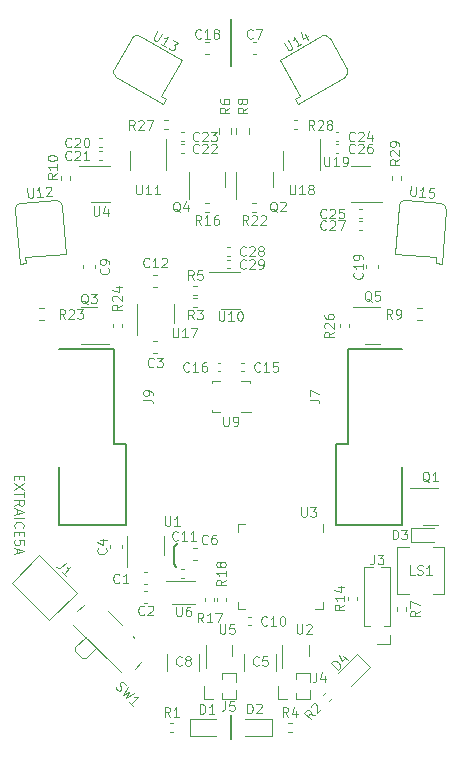
<source format=gbr>
%TF.GenerationSoftware,KiCad,Pcbnew,(7.0.0)*%
%TF.CreationDate,2024-08-06T08:44:49+09:00*%
%TF.ProjectId,extraice,65787472-6169-4636-952e-6b696361645f,rev?*%
%TF.SameCoordinates,Original*%
%TF.FileFunction,Legend,Top*%
%TF.FilePolarity,Positive*%
%FSLAX46Y46*%
G04 Gerber Fmt 4.6, Leading zero omitted, Abs format (unit mm)*
G04 Created by KiCad (PCBNEW (7.0.0)) date 2024-08-06 08:44:49*
%MOMM*%
%LPD*%
G01*
G04 APERTURE LIST*
%ADD10C,0.150000*%
%ADD11C,0.100000*%
%ADD12C,0.120000*%
G04 APERTURE END LIST*
D10*
X154500000Y-96000000D02*
X149900000Y-96000000D01*
X131100000Y-110850000D02*
X131100000Y-104000000D01*
X154500000Y-110850000D02*
X154500000Y-106000000D01*
X130100000Y-96000000D02*
X130100000Y-104000000D01*
X148900000Y-104000000D02*
X148900000Y-110850000D01*
X130100000Y-104000000D02*
X131100000Y-104000000D01*
X135200000Y-112700000D02*
X135500000Y-112400000D01*
X125500000Y-96000000D02*
X130100000Y-96000000D01*
X149900000Y-104000000D02*
X148900000Y-104000000D01*
X140000000Y-129000000D02*
X140000000Y-127000000D01*
X125500000Y-106000000D02*
X125500000Y-110850000D01*
X135200000Y-114200000D02*
X135200000Y-112700000D01*
X140000000Y-68000000D02*
X140000000Y-72000000D01*
X135400000Y-114400000D02*
X135200000Y-114200000D01*
X148900000Y-110850000D02*
X154500000Y-110850000D01*
X125500000Y-110850000D02*
X131100000Y-110850000D01*
X149900000Y-96000000D02*
X149900000Y-104000000D01*
D11*
X122093142Y-106690476D02*
X122093142Y-106957142D01*
X121674095Y-107071428D02*
X121674095Y-106690476D01*
X121674095Y-106690476D02*
X122474095Y-106690476D01*
X122474095Y-106690476D02*
X122474095Y-107071428D01*
X122474095Y-107338095D02*
X121674095Y-107871429D01*
X122474095Y-107871429D02*
X121674095Y-107338095D01*
X122474095Y-108061905D02*
X122474095Y-108519048D01*
X121674095Y-108290476D02*
X122474095Y-108290476D01*
X121674095Y-109242858D02*
X122055047Y-108976191D01*
X121674095Y-108785715D02*
X122474095Y-108785715D01*
X122474095Y-108785715D02*
X122474095Y-109090477D01*
X122474095Y-109090477D02*
X122436000Y-109166667D01*
X122436000Y-109166667D02*
X122397904Y-109204762D01*
X122397904Y-109204762D02*
X122321714Y-109242858D01*
X122321714Y-109242858D02*
X122207428Y-109242858D01*
X122207428Y-109242858D02*
X122131238Y-109204762D01*
X122131238Y-109204762D02*
X122093142Y-109166667D01*
X122093142Y-109166667D02*
X122055047Y-109090477D01*
X122055047Y-109090477D02*
X122055047Y-108785715D01*
X121902666Y-109547619D02*
X121902666Y-109928572D01*
X121674095Y-109471429D02*
X122474095Y-109738096D01*
X122474095Y-109738096D02*
X121674095Y-110004762D01*
X121674095Y-110271429D02*
X122474095Y-110271429D01*
X121750285Y-111109524D02*
X121712190Y-111071428D01*
X121712190Y-111071428D02*
X121674095Y-110957143D01*
X121674095Y-110957143D02*
X121674095Y-110880952D01*
X121674095Y-110880952D02*
X121712190Y-110766666D01*
X121712190Y-110766666D02*
X121788380Y-110690476D01*
X121788380Y-110690476D02*
X121864571Y-110652381D01*
X121864571Y-110652381D02*
X122016952Y-110614285D01*
X122016952Y-110614285D02*
X122131238Y-110614285D01*
X122131238Y-110614285D02*
X122283619Y-110652381D01*
X122283619Y-110652381D02*
X122359809Y-110690476D01*
X122359809Y-110690476D02*
X122436000Y-110766666D01*
X122436000Y-110766666D02*
X122474095Y-110880952D01*
X122474095Y-110880952D02*
X122474095Y-110957143D01*
X122474095Y-110957143D02*
X122436000Y-111071428D01*
X122436000Y-111071428D02*
X122397904Y-111109524D01*
X122093142Y-111452381D02*
X122093142Y-111719047D01*
X121674095Y-111833333D02*
X121674095Y-111452381D01*
X121674095Y-111452381D02*
X122474095Y-111452381D01*
X122474095Y-111452381D02*
X122474095Y-111833333D01*
X122474095Y-112557143D02*
X122474095Y-112176191D01*
X122474095Y-112176191D02*
X122093142Y-112138095D01*
X122093142Y-112138095D02*
X122131238Y-112176191D01*
X122131238Y-112176191D02*
X122169333Y-112252381D01*
X122169333Y-112252381D02*
X122169333Y-112442857D01*
X122169333Y-112442857D02*
X122131238Y-112519048D01*
X122131238Y-112519048D02*
X122093142Y-112557143D01*
X122093142Y-112557143D02*
X122016952Y-112595238D01*
X122016952Y-112595238D02*
X121826476Y-112595238D01*
X121826476Y-112595238D02*
X121750285Y-112557143D01*
X121750285Y-112557143D02*
X121712190Y-112519048D01*
X121712190Y-112519048D02*
X121674095Y-112442857D01*
X121674095Y-112442857D02*
X121674095Y-112252381D01*
X121674095Y-112252381D02*
X121712190Y-112176191D01*
X121712190Y-112176191D02*
X121750285Y-112138095D01*
X121902666Y-112900000D02*
X121902666Y-113280953D01*
X121674095Y-112823810D02*
X122474095Y-113090477D01*
X122474095Y-113090477D02*
X121674095Y-113357143D01*
%TO.C,U17*%
X135109524Y-94193904D02*
X135109524Y-94841523D01*
X135109524Y-94841523D02*
X135147619Y-94917714D01*
X135147619Y-94917714D02*
X135185714Y-94955809D01*
X135185714Y-94955809D02*
X135261905Y-94993904D01*
X135261905Y-94993904D02*
X135414286Y-94993904D01*
X135414286Y-94993904D02*
X135490476Y-94955809D01*
X135490476Y-94955809D02*
X135528571Y-94917714D01*
X135528571Y-94917714D02*
X135566667Y-94841523D01*
X135566667Y-94841523D02*
X135566667Y-94193904D01*
X136366666Y-94993904D02*
X135909523Y-94993904D01*
X136138095Y-94993904D02*
X136138095Y-94193904D01*
X136138095Y-94193904D02*
X136061904Y-94308190D01*
X136061904Y-94308190D02*
X135985714Y-94384380D01*
X135985714Y-94384380D02*
X135909523Y-94422476D01*
X136633333Y-94193904D02*
X137166667Y-94193904D01*
X137166667Y-94193904D02*
X136823809Y-94993904D01*
%TO.C,R10*%
X125293904Y-81114285D02*
X124912952Y-81380952D01*
X125293904Y-81571428D02*
X124493904Y-81571428D01*
X124493904Y-81571428D02*
X124493904Y-81266666D01*
X124493904Y-81266666D02*
X124532000Y-81190476D01*
X124532000Y-81190476D02*
X124570095Y-81152381D01*
X124570095Y-81152381D02*
X124646285Y-81114285D01*
X124646285Y-81114285D02*
X124760571Y-81114285D01*
X124760571Y-81114285D02*
X124836761Y-81152381D01*
X124836761Y-81152381D02*
X124874857Y-81190476D01*
X124874857Y-81190476D02*
X124912952Y-81266666D01*
X124912952Y-81266666D02*
X124912952Y-81571428D01*
X125293904Y-80352381D02*
X125293904Y-80809524D01*
X125293904Y-80580952D02*
X124493904Y-80580952D01*
X124493904Y-80580952D02*
X124608190Y-80657143D01*
X124608190Y-80657143D02*
X124684380Y-80733333D01*
X124684380Y-80733333D02*
X124722476Y-80809524D01*
X124493904Y-79857142D02*
X124493904Y-79780952D01*
X124493904Y-79780952D02*
X124532000Y-79704761D01*
X124532000Y-79704761D02*
X124570095Y-79666666D01*
X124570095Y-79666666D02*
X124646285Y-79628571D01*
X124646285Y-79628571D02*
X124798666Y-79590476D01*
X124798666Y-79590476D02*
X124989142Y-79590476D01*
X124989142Y-79590476D02*
X125141523Y-79628571D01*
X125141523Y-79628571D02*
X125217714Y-79666666D01*
X125217714Y-79666666D02*
X125255809Y-79704761D01*
X125255809Y-79704761D02*
X125293904Y-79780952D01*
X125293904Y-79780952D02*
X125293904Y-79857142D01*
X125293904Y-79857142D02*
X125255809Y-79933333D01*
X125255809Y-79933333D02*
X125217714Y-79971428D01*
X125217714Y-79971428D02*
X125141523Y-80009523D01*
X125141523Y-80009523D02*
X124989142Y-80047619D01*
X124989142Y-80047619D02*
X124798666Y-80047619D01*
X124798666Y-80047619D02*
X124646285Y-80009523D01*
X124646285Y-80009523D02*
X124570095Y-79971428D01*
X124570095Y-79971428D02*
X124532000Y-79933333D01*
X124532000Y-79933333D02*
X124493904Y-79857142D01*
%TO.C,C18*%
X137485714Y-69617714D02*
X137447618Y-69655809D01*
X137447618Y-69655809D02*
X137333333Y-69693904D01*
X137333333Y-69693904D02*
X137257142Y-69693904D01*
X137257142Y-69693904D02*
X137142856Y-69655809D01*
X137142856Y-69655809D02*
X137066666Y-69579619D01*
X137066666Y-69579619D02*
X137028571Y-69503428D01*
X137028571Y-69503428D02*
X136990475Y-69351047D01*
X136990475Y-69351047D02*
X136990475Y-69236761D01*
X136990475Y-69236761D02*
X137028571Y-69084380D01*
X137028571Y-69084380D02*
X137066666Y-69008190D01*
X137066666Y-69008190D02*
X137142856Y-68932000D01*
X137142856Y-68932000D02*
X137257142Y-68893904D01*
X137257142Y-68893904D02*
X137333333Y-68893904D01*
X137333333Y-68893904D02*
X137447618Y-68932000D01*
X137447618Y-68932000D02*
X137485714Y-68970095D01*
X138247618Y-69693904D02*
X137790475Y-69693904D01*
X138019047Y-69693904D02*
X138019047Y-68893904D01*
X138019047Y-68893904D02*
X137942856Y-69008190D01*
X137942856Y-69008190D02*
X137866666Y-69084380D01*
X137866666Y-69084380D02*
X137790475Y-69122476D01*
X138704761Y-69236761D02*
X138628571Y-69198666D01*
X138628571Y-69198666D02*
X138590476Y-69160571D01*
X138590476Y-69160571D02*
X138552380Y-69084380D01*
X138552380Y-69084380D02*
X138552380Y-69046285D01*
X138552380Y-69046285D02*
X138590476Y-68970095D01*
X138590476Y-68970095D02*
X138628571Y-68932000D01*
X138628571Y-68932000D02*
X138704761Y-68893904D01*
X138704761Y-68893904D02*
X138857142Y-68893904D01*
X138857142Y-68893904D02*
X138933333Y-68932000D01*
X138933333Y-68932000D02*
X138971428Y-68970095D01*
X138971428Y-68970095D02*
X139009523Y-69046285D01*
X139009523Y-69046285D02*
X139009523Y-69084380D01*
X139009523Y-69084380D02*
X138971428Y-69160571D01*
X138971428Y-69160571D02*
X138933333Y-69198666D01*
X138933333Y-69198666D02*
X138857142Y-69236761D01*
X138857142Y-69236761D02*
X138704761Y-69236761D01*
X138704761Y-69236761D02*
X138628571Y-69274857D01*
X138628571Y-69274857D02*
X138590476Y-69312952D01*
X138590476Y-69312952D02*
X138552380Y-69389142D01*
X138552380Y-69389142D02*
X138552380Y-69541523D01*
X138552380Y-69541523D02*
X138590476Y-69617714D01*
X138590476Y-69617714D02*
X138628571Y-69655809D01*
X138628571Y-69655809D02*
X138704761Y-69693904D01*
X138704761Y-69693904D02*
X138857142Y-69693904D01*
X138857142Y-69693904D02*
X138933333Y-69655809D01*
X138933333Y-69655809D02*
X138971428Y-69617714D01*
X138971428Y-69617714D02*
X139009523Y-69541523D01*
X139009523Y-69541523D02*
X139009523Y-69389142D01*
X139009523Y-69389142D02*
X138971428Y-69312952D01*
X138971428Y-69312952D02*
X138933333Y-69274857D01*
X138933333Y-69274857D02*
X138857142Y-69236761D01*
%TO.C,J9*%
X132593904Y-100266666D02*
X133165333Y-100266666D01*
X133165333Y-100266666D02*
X133279619Y-100304761D01*
X133279619Y-100304761D02*
X133355809Y-100380952D01*
X133355809Y-100380952D02*
X133393904Y-100495237D01*
X133393904Y-100495237D02*
X133393904Y-100571428D01*
X133393904Y-99847618D02*
X133393904Y-99695237D01*
X133393904Y-99695237D02*
X133355809Y-99619047D01*
X133355809Y-99619047D02*
X133317714Y-99580951D01*
X133317714Y-99580951D02*
X133203428Y-99504761D01*
X133203428Y-99504761D02*
X133051047Y-99466666D01*
X133051047Y-99466666D02*
X132746285Y-99466666D01*
X132746285Y-99466666D02*
X132670095Y-99504761D01*
X132670095Y-99504761D02*
X132632000Y-99542856D01*
X132632000Y-99542856D02*
X132593904Y-99619047D01*
X132593904Y-99619047D02*
X132593904Y-99771428D01*
X132593904Y-99771428D02*
X132632000Y-99847618D01*
X132632000Y-99847618D02*
X132670095Y-99885713D01*
X132670095Y-99885713D02*
X132746285Y-99923809D01*
X132746285Y-99923809D02*
X132936761Y-99923809D01*
X132936761Y-99923809D02*
X133012952Y-99885713D01*
X133012952Y-99885713D02*
X133051047Y-99847618D01*
X133051047Y-99847618D02*
X133089142Y-99771428D01*
X133089142Y-99771428D02*
X133089142Y-99619047D01*
X133089142Y-99619047D02*
X133051047Y-99542856D01*
X133051047Y-99542856D02*
X133012952Y-99504761D01*
X133012952Y-99504761D02*
X132936761Y-99466666D01*
%TO.C,U1*%
X134440476Y-110143904D02*
X134440476Y-110791523D01*
X134440476Y-110791523D02*
X134478571Y-110867714D01*
X134478571Y-110867714D02*
X134516666Y-110905809D01*
X134516666Y-110905809D02*
X134592857Y-110943904D01*
X134592857Y-110943904D02*
X134745238Y-110943904D01*
X134745238Y-110943904D02*
X134821428Y-110905809D01*
X134821428Y-110905809D02*
X134859523Y-110867714D01*
X134859523Y-110867714D02*
X134897619Y-110791523D01*
X134897619Y-110791523D02*
X134897619Y-110143904D01*
X135697618Y-110943904D02*
X135240475Y-110943904D01*
X135469047Y-110943904D02*
X135469047Y-110143904D01*
X135469047Y-110143904D02*
X135392856Y-110258190D01*
X135392856Y-110258190D02*
X135316666Y-110334380D01*
X135316666Y-110334380D02*
X135240475Y-110372476D01*
%TO.C,Q5*%
X151923809Y-91970095D02*
X151847619Y-91932000D01*
X151847619Y-91932000D02*
X151771428Y-91855809D01*
X151771428Y-91855809D02*
X151657142Y-91741523D01*
X151657142Y-91741523D02*
X151580952Y-91703428D01*
X151580952Y-91703428D02*
X151504761Y-91703428D01*
X151542857Y-91893904D02*
X151466666Y-91855809D01*
X151466666Y-91855809D02*
X151390476Y-91779619D01*
X151390476Y-91779619D02*
X151352380Y-91627238D01*
X151352380Y-91627238D02*
X151352380Y-91360571D01*
X151352380Y-91360571D02*
X151390476Y-91208190D01*
X151390476Y-91208190D02*
X151466666Y-91132000D01*
X151466666Y-91132000D02*
X151542857Y-91093904D01*
X151542857Y-91093904D02*
X151695238Y-91093904D01*
X151695238Y-91093904D02*
X151771428Y-91132000D01*
X151771428Y-91132000D02*
X151847619Y-91208190D01*
X151847619Y-91208190D02*
X151885714Y-91360571D01*
X151885714Y-91360571D02*
X151885714Y-91627238D01*
X151885714Y-91627238D02*
X151847619Y-91779619D01*
X151847619Y-91779619D02*
X151771428Y-91855809D01*
X151771428Y-91855809D02*
X151695238Y-91893904D01*
X151695238Y-91893904D02*
X151542857Y-91893904D01*
X152609523Y-91093904D02*
X152228571Y-91093904D01*
X152228571Y-91093904D02*
X152190475Y-91474857D01*
X152190475Y-91474857D02*
X152228571Y-91436761D01*
X152228571Y-91436761D02*
X152304761Y-91398666D01*
X152304761Y-91398666D02*
X152495237Y-91398666D01*
X152495237Y-91398666D02*
X152571428Y-91436761D01*
X152571428Y-91436761D02*
X152609523Y-91474857D01*
X152609523Y-91474857D02*
X152647618Y-91551047D01*
X152647618Y-91551047D02*
X152647618Y-91741523D01*
X152647618Y-91741523D02*
X152609523Y-91817714D01*
X152609523Y-91817714D02*
X152571428Y-91855809D01*
X152571428Y-91855809D02*
X152495237Y-91893904D01*
X152495237Y-91893904D02*
X152304761Y-91893904D01*
X152304761Y-91893904D02*
X152228571Y-91855809D01*
X152228571Y-91855809D02*
X152190475Y-91817714D01*
%TO.C,C21*%
X126485714Y-79917714D02*
X126447618Y-79955809D01*
X126447618Y-79955809D02*
X126333333Y-79993904D01*
X126333333Y-79993904D02*
X126257142Y-79993904D01*
X126257142Y-79993904D02*
X126142856Y-79955809D01*
X126142856Y-79955809D02*
X126066666Y-79879619D01*
X126066666Y-79879619D02*
X126028571Y-79803428D01*
X126028571Y-79803428D02*
X125990475Y-79651047D01*
X125990475Y-79651047D02*
X125990475Y-79536761D01*
X125990475Y-79536761D02*
X126028571Y-79384380D01*
X126028571Y-79384380D02*
X126066666Y-79308190D01*
X126066666Y-79308190D02*
X126142856Y-79232000D01*
X126142856Y-79232000D02*
X126257142Y-79193904D01*
X126257142Y-79193904D02*
X126333333Y-79193904D01*
X126333333Y-79193904D02*
X126447618Y-79232000D01*
X126447618Y-79232000D02*
X126485714Y-79270095D01*
X126790475Y-79270095D02*
X126828571Y-79232000D01*
X126828571Y-79232000D02*
X126904761Y-79193904D01*
X126904761Y-79193904D02*
X127095237Y-79193904D01*
X127095237Y-79193904D02*
X127171428Y-79232000D01*
X127171428Y-79232000D02*
X127209523Y-79270095D01*
X127209523Y-79270095D02*
X127247618Y-79346285D01*
X127247618Y-79346285D02*
X127247618Y-79422476D01*
X127247618Y-79422476D02*
X127209523Y-79536761D01*
X127209523Y-79536761D02*
X126752380Y-79993904D01*
X126752380Y-79993904D02*
X127247618Y-79993904D01*
X128009523Y-79993904D02*
X127552380Y-79993904D01*
X127780952Y-79993904D02*
X127780952Y-79193904D01*
X127780952Y-79193904D02*
X127704761Y-79308190D01*
X127704761Y-79308190D02*
X127628571Y-79384380D01*
X127628571Y-79384380D02*
X127552380Y-79422476D01*
%TO.C,U6*%
X135390476Y-117793904D02*
X135390476Y-118441523D01*
X135390476Y-118441523D02*
X135428571Y-118517714D01*
X135428571Y-118517714D02*
X135466666Y-118555809D01*
X135466666Y-118555809D02*
X135542857Y-118593904D01*
X135542857Y-118593904D02*
X135695238Y-118593904D01*
X135695238Y-118593904D02*
X135771428Y-118555809D01*
X135771428Y-118555809D02*
X135809523Y-118517714D01*
X135809523Y-118517714D02*
X135847619Y-118441523D01*
X135847619Y-118441523D02*
X135847619Y-117793904D01*
X136571428Y-117793904D02*
X136419047Y-117793904D01*
X136419047Y-117793904D02*
X136342856Y-117832000D01*
X136342856Y-117832000D02*
X136304761Y-117870095D01*
X136304761Y-117870095D02*
X136228571Y-117984380D01*
X136228571Y-117984380D02*
X136190475Y-118136761D01*
X136190475Y-118136761D02*
X136190475Y-118441523D01*
X136190475Y-118441523D02*
X136228571Y-118517714D01*
X136228571Y-118517714D02*
X136266666Y-118555809D01*
X136266666Y-118555809D02*
X136342856Y-118593904D01*
X136342856Y-118593904D02*
X136495237Y-118593904D01*
X136495237Y-118593904D02*
X136571428Y-118555809D01*
X136571428Y-118555809D02*
X136609523Y-118517714D01*
X136609523Y-118517714D02*
X136647618Y-118441523D01*
X136647618Y-118441523D02*
X136647618Y-118251047D01*
X136647618Y-118251047D02*
X136609523Y-118174857D01*
X136609523Y-118174857D02*
X136571428Y-118136761D01*
X136571428Y-118136761D02*
X136495237Y-118098666D01*
X136495237Y-118098666D02*
X136342856Y-118098666D01*
X136342856Y-118098666D02*
X136266666Y-118136761D01*
X136266666Y-118136761D02*
X136228571Y-118174857D01*
X136228571Y-118174857D02*
X136190475Y-118251047D01*
%TO.C,C25*%
X148085714Y-84817714D02*
X148047618Y-84855809D01*
X148047618Y-84855809D02*
X147933333Y-84893904D01*
X147933333Y-84893904D02*
X147857142Y-84893904D01*
X147857142Y-84893904D02*
X147742856Y-84855809D01*
X147742856Y-84855809D02*
X147666666Y-84779619D01*
X147666666Y-84779619D02*
X147628571Y-84703428D01*
X147628571Y-84703428D02*
X147590475Y-84551047D01*
X147590475Y-84551047D02*
X147590475Y-84436761D01*
X147590475Y-84436761D02*
X147628571Y-84284380D01*
X147628571Y-84284380D02*
X147666666Y-84208190D01*
X147666666Y-84208190D02*
X147742856Y-84132000D01*
X147742856Y-84132000D02*
X147857142Y-84093904D01*
X147857142Y-84093904D02*
X147933333Y-84093904D01*
X147933333Y-84093904D02*
X148047618Y-84132000D01*
X148047618Y-84132000D02*
X148085714Y-84170095D01*
X148390475Y-84170095D02*
X148428571Y-84132000D01*
X148428571Y-84132000D02*
X148504761Y-84093904D01*
X148504761Y-84093904D02*
X148695237Y-84093904D01*
X148695237Y-84093904D02*
X148771428Y-84132000D01*
X148771428Y-84132000D02*
X148809523Y-84170095D01*
X148809523Y-84170095D02*
X148847618Y-84246285D01*
X148847618Y-84246285D02*
X148847618Y-84322476D01*
X148847618Y-84322476D02*
X148809523Y-84436761D01*
X148809523Y-84436761D02*
X148352380Y-84893904D01*
X148352380Y-84893904D02*
X148847618Y-84893904D01*
X149571428Y-84093904D02*
X149190476Y-84093904D01*
X149190476Y-84093904D02*
X149152380Y-84474857D01*
X149152380Y-84474857D02*
X149190476Y-84436761D01*
X149190476Y-84436761D02*
X149266666Y-84398666D01*
X149266666Y-84398666D02*
X149457142Y-84398666D01*
X149457142Y-84398666D02*
X149533333Y-84436761D01*
X149533333Y-84436761D02*
X149571428Y-84474857D01*
X149571428Y-84474857D02*
X149609523Y-84551047D01*
X149609523Y-84551047D02*
X149609523Y-84741523D01*
X149609523Y-84741523D02*
X149571428Y-84817714D01*
X149571428Y-84817714D02*
X149533333Y-84855809D01*
X149533333Y-84855809D02*
X149457142Y-84893904D01*
X149457142Y-84893904D02*
X149266666Y-84893904D01*
X149266666Y-84893904D02*
X149190476Y-84855809D01*
X149190476Y-84855809D02*
X149152380Y-84817714D01*
%TO.C,C3*%
X133466667Y-97447714D02*
X133428571Y-97485809D01*
X133428571Y-97485809D02*
X133314286Y-97523904D01*
X133314286Y-97523904D02*
X133238095Y-97523904D01*
X133238095Y-97523904D02*
X133123809Y-97485809D01*
X133123809Y-97485809D02*
X133047619Y-97409619D01*
X133047619Y-97409619D02*
X133009524Y-97333428D01*
X133009524Y-97333428D02*
X132971428Y-97181047D01*
X132971428Y-97181047D02*
X132971428Y-97066761D01*
X132971428Y-97066761D02*
X133009524Y-96914380D01*
X133009524Y-96914380D02*
X133047619Y-96838190D01*
X133047619Y-96838190D02*
X133123809Y-96762000D01*
X133123809Y-96762000D02*
X133238095Y-96723904D01*
X133238095Y-96723904D02*
X133314286Y-96723904D01*
X133314286Y-96723904D02*
X133428571Y-96762000D01*
X133428571Y-96762000D02*
X133466667Y-96800095D01*
X133733333Y-96723904D02*
X134228571Y-96723904D01*
X134228571Y-96723904D02*
X133961905Y-97028666D01*
X133961905Y-97028666D02*
X134076190Y-97028666D01*
X134076190Y-97028666D02*
X134152381Y-97066761D01*
X134152381Y-97066761D02*
X134190476Y-97104857D01*
X134190476Y-97104857D02*
X134228571Y-97181047D01*
X134228571Y-97181047D02*
X134228571Y-97371523D01*
X134228571Y-97371523D02*
X134190476Y-97447714D01*
X134190476Y-97447714D02*
X134152381Y-97485809D01*
X134152381Y-97485809D02*
X134076190Y-97523904D01*
X134076190Y-97523904D02*
X133847619Y-97523904D01*
X133847619Y-97523904D02*
X133771428Y-97485809D01*
X133771428Y-97485809D02*
X133733333Y-97447714D01*
%TO.C,Q3*%
X127923809Y-92170095D02*
X127847619Y-92132000D01*
X127847619Y-92132000D02*
X127771428Y-92055809D01*
X127771428Y-92055809D02*
X127657142Y-91941523D01*
X127657142Y-91941523D02*
X127580952Y-91903428D01*
X127580952Y-91903428D02*
X127504761Y-91903428D01*
X127542857Y-92093904D02*
X127466666Y-92055809D01*
X127466666Y-92055809D02*
X127390476Y-91979619D01*
X127390476Y-91979619D02*
X127352380Y-91827238D01*
X127352380Y-91827238D02*
X127352380Y-91560571D01*
X127352380Y-91560571D02*
X127390476Y-91408190D01*
X127390476Y-91408190D02*
X127466666Y-91332000D01*
X127466666Y-91332000D02*
X127542857Y-91293904D01*
X127542857Y-91293904D02*
X127695238Y-91293904D01*
X127695238Y-91293904D02*
X127771428Y-91332000D01*
X127771428Y-91332000D02*
X127847619Y-91408190D01*
X127847619Y-91408190D02*
X127885714Y-91560571D01*
X127885714Y-91560571D02*
X127885714Y-91827238D01*
X127885714Y-91827238D02*
X127847619Y-91979619D01*
X127847619Y-91979619D02*
X127771428Y-92055809D01*
X127771428Y-92055809D02*
X127695238Y-92093904D01*
X127695238Y-92093904D02*
X127542857Y-92093904D01*
X128152380Y-91293904D02*
X128647618Y-91293904D01*
X128647618Y-91293904D02*
X128380952Y-91598666D01*
X128380952Y-91598666D02*
X128495237Y-91598666D01*
X128495237Y-91598666D02*
X128571428Y-91636761D01*
X128571428Y-91636761D02*
X128609523Y-91674857D01*
X128609523Y-91674857D02*
X128647618Y-91751047D01*
X128647618Y-91751047D02*
X128647618Y-91941523D01*
X128647618Y-91941523D02*
X128609523Y-92017714D01*
X128609523Y-92017714D02*
X128571428Y-92055809D01*
X128571428Y-92055809D02*
X128495237Y-92093904D01*
X128495237Y-92093904D02*
X128266666Y-92093904D01*
X128266666Y-92093904D02*
X128190475Y-92055809D01*
X128190475Y-92055809D02*
X128152380Y-92017714D01*
%TO.C,C20*%
X126485714Y-78817714D02*
X126447618Y-78855809D01*
X126447618Y-78855809D02*
X126333333Y-78893904D01*
X126333333Y-78893904D02*
X126257142Y-78893904D01*
X126257142Y-78893904D02*
X126142856Y-78855809D01*
X126142856Y-78855809D02*
X126066666Y-78779619D01*
X126066666Y-78779619D02*
X126028571Y-78703428D01*
X126028571Y-78703428D02*
X125990475Y-78551047D01*
X125990475Y-78551047D02*
X125990475Y-78436761D01*
X125990475Y-78436761D02*
X126028571Y-78284380D01*
X126028571Y-78284380D02*
X126066666Y-78208190D01*
X126066666Y-78208190D02*
X126142856Y-78132000D01*
X126142856Y-78132000D02*
X126257142Y-78093904D01*
X126257142Y-78093904D02*
X126333333Y-78093904D01*
X126333333Y-78093904D02*
X126447618Y-78132000D01*
X126447618Y-78132000D02*
X126485714Y-78170095D01*
X126790475Y-78170095D02*
X126828571Y-78132000D01*
X126828571Y-78132000D02*
X126904761Y-78093904D01*
X126904761Y-78093904D02*
X127095237Y-78093904D01*
X127095237Y-78093904D02*
X127171428Y-78132000D01*
X127171428Y-78132000D02*
X127209523Y-78170095D01*
X127209523Y-78170095D02*
X127247618Y-78246285D01*
X127247618Y-78246285D02*
X127247618Y-78322476D01*
X127247618Y-78322476D02*
X127209523Y-78436761D01*
X127209523Y-78436761D02*
X126752380Y-78893904D01*
X126752380Y-78893904D02*
X127247618Y-78893904D01*
X127742857Y-78093904D02*
X127819047Y-78093904D01*
X127819047Y-78093904D02*
X127895238Y-78132000D01*
X127895238Y-78132000D02*
X127933333Y-78170095D01*
X127933333Y-78170095D02*
X127971428Y-78246285D01*
X127971428Y-78246285D02*
X128009523Y-78398666D01*
X128009523Y-78398666D02*
X128009523Y-78589142D01*
X128009523Y-78589142D02*
X127971428Y-78741523D01*
X127971428Y-78741523D02*
X127933333Y-78817714D01*
X127933333Y-78817714D02*
X127895238Y-78855809D01*
X127895238Y-78855809D02*
X127819047Y-78893904D01*
X127819047Y-78893904D02*
X127742857Y-78893904D01*
X127742857Y-78893904D02*
X127666666Y-78855809D01*
X127666666Y-78855809D02*
X127628571Y-78817714D01*
X127628571Y-78817714D02*
X127590476Y-78741523D01*
X127590476Y-78741523D02*
X127552380Y-78589142D01*
X127552380Y-78589142D02*
X127552380Y-78398666D01*
X127552380Y-78398666D02*
X127590476Y-78246285D01*
X127590476Y-78246285D02*
X127628571Y-78170095D01*
X127628571Y-78170095D02*
X127666666Y-78132000D01*
X127666666Y-78132000D02*
X127742857Y-78093904D01*
%TO.C,R28*%
X147085714Y-77393904D02*
X146819047Y-77012952D01*
X146628571Y-77393904D02*
X146628571Y-76593904D01*
X146628571Y-76593904D02*
X146933333Y-76593904D01*
X146933333Y-76593904D02*
X147009523Y-76632000D01*
X147009523Y-76632000D02*
X147047618Y-76670095D01*
X147047618Y-76670095D02*
X147085714Y-76746285D01*
X147085714Y-76746285D02*
X147085714Y-76860571D01*
X147085714Y-76860571D02*
X147047618Y-76936761D01*
X147047618Y-76936761D02*
X147009523Y-76974857D01*
X147009523Y-76974857D02*
X146933333Y-77012952D01*
X146933333Y-77012952D02*
X146628571Y-77012952D01*
X147390475Y-76670095D02*
X147428571Y-76632000D01*
X147428571Y-76632000D02*
X147504761Y-76593904D01*
X147504761Y-76593904D02*
X147695237Y-76593904D01*
X147695237Y-76593904D02*
X147771428Y-76632000D01*
X147771428Y-76632000D02*
X147809523Y-76670095D01*
X147809523Y-76670095D02*
X147847618Y-76746285D01*
X147847618Y-76746285D02*
X147847618Y-76822476D01*
X147847618Y-76822476D02*
X147809523Y-76936761D01*
X147809523Y-76936761D02*
X147352380Y-77393904D01*
X147352380Y-77393904D02*
X147847618Y-77393904D01*
X148304761Y-76936761D02*
X148228571Y-76898666D01*
X148228571Y-76898666D02*
X148190476Y-76860571D01*
X148190476Y-76860571D02*
X148152380Y-76784380D01*
X148152380Y-76784380D02*
X148152380Y-76746285D01*
X148152380Y-76746285D02*
X148190476Y-76670095D01*
X148190476Y-76670095D02*
X148228571Y-76632000D01*
X148228571Y-76632000D02*
X148304761Y-76593904D01*
X148304761Y-76593904D02*
X148457142Y-76593904D01*
X148457142Y-76593904D02*
X148533333Y-76632000D01*
X148533333Y-76632000D02*
X148571428Y-76670095D01*
X148571428Y-76670095D02*
X148609523Y-76746285D01*
X148609523Y-76746285D02*
X148609523Y-76784380D01*
X148609523Y-76784380D02*
X148571428Y-76860571D01*
X148571428Y-76860571D02*
X148533333Y-76898666D01*
X148533333Y-76898666D02*
X148457142Y-76936761D01*
X148457142Y-76936761D02*
X148304761Y-76936761D01*
X148304761Y-76936761D02*
X148228571Y-76974857D01*
X148228571Y-76974857D02*
X148190476Y-77012952D01*
X148190476Y-77012952D02*
X148152380Y-77089142D01*
X148152380Y-77089142D02*
X148152380Y-77241523D01*
X148152380Y-77241523D02*
X148190476Y-77317714D01*
X148190476Y-77317714D02*
X148228571Y-77355809D01*
X148228571Y-77355809D02*
X148304761Y-77393904D01*
X148304761Y-77393904D02*
X148457142Y-77393904D01*
X148457142Y-77393904D02*
X148533333Y-77355809D01*
X148533333Y-77355809D02*
X148571428Y-77317714D01*
X148571428Y-77317714D02*
X148609523Y-77241523D01*
X148609523Y-77241523D02*
X148609523Y-77089142D01*
X148609523Y-77089142D02*
X148571428Y-77012952D01*
X148571428Y-77012952D02*
X148533333Y-76974857D01*
X148533333Y-76974857D02*
X148457142Y-76936761D01*
%TO.C,C11*%
X135535714Y-112117714D02*
X135497618Y-112155809D01*
X135497618Y-112155809D02*
X135383333Y-112193904D01*
X135383333Y-112193904D02*
X135307142Y-112193904D01*
X135307142Y-112193904D02*
X135192856Y-112155809D01*
X135192856Y-112155809D02*
X135116666Y-112079619D01*
X135116666Y-112079619D02*
X135078571Y-112003428D01*
X135078571Y-112003428D02*
X135040475Y-111851047D01*
X135040475Y-111851047D02*
X135040475Y-111736761D01*
X135040475Y-111736761D02*
X135078571Y-111584380D01*
X135078571Y-111584380D02*
X135116666Y-111508190D01*
X135116666Y-111508190D02*
X135192856Y-111432000D01*
X135192856Y-111432000D02*
X135307142Y-111393904D01*
X135307142Y-111393904D02*
X135383333Y-111393904D01*
X135383333Y-111393904D02*
X135497618Y-111432000D01*
X135497618Y-111432000D02*
X135535714Y-111470095D01*
X136297618Y-112193904D02*
X135840475Y-112193904D01*
X136069047Y-112193904D02*
X136069047Y-111393904D01*
X136069047Y-111393904D02*
X135992856Y-111508190D01*
X135992856Y-111508190D02*
X135916666Y-111584380D01*
X135916666Y-111584380D02*
X135840475Y-111622476D01*
X137059523Y-112193904D02*
X136602380Y-112193904D01*
X136830952Y-112193904D02*
X136830952Y-111393904D01*
X136830952Y-111393904D02*
X136754761Y-111508190D01*
X136754761Y-111508190D02*
X136678571Y-111584380D01*
X136678571Y-111584380D02*
X136602380Y-111622476D01*
%TO.C,U5*%
X139090476Y-119293904D02*
X139090476Y-119941523D01*
X139090476Y-119941523D02*
X139128571Y-120017714D01*
X139128571Y-120017714D02*
X139166666Y-120055809D01*
X139166666Y-120055809D02*
X139242857Y-120093904D01*
X139242857Y-120093904D02*
X139395238Y-120093904D01*
X139395238Y-120093904D02*
X139471428Y-120055809D01*
X139471428Y-120055809D02*
X139509523Y-120017714D01*
X139509523Y-120017714D02*
X139547619Y-119941523D01*
X139547619Y-119941523D02*
X139547619Y-119293904D01*
X140309523Y-119293904D02*
X139928571Y-119293904D01*
X139928571Y-119293904D02*
X139890475Y-119674857D01*
X139890475Y-119674857D02*
X139928571Y-119636761D01*
X139928571Y-119636761D02*
X140004761Y-119598666D01*
X140004761Y-119598666D02*
X140195237Y-119598666D01*
X140195237Y-119598666D02*
X140271428Y-119636761D01*
X140271428Y-119636761D02*
X140309523Y-119674857D01*
X140309523Y-119674857D02*
X140347618Y-119751047D01*
X140347618Y-119751047D02*
X140347618Y-119941523D01*
X140347618Y-119941523D02*
X140309523Y-120017714D01*
X140309523Y-120017714D02*
X140271428Y-120055809D01*
X140271428Y-120055809D02*
X140195237Y-120093904D01*
X140195237Y-120093904D02*
X140004761Y-120093904D01*
X140004761Y-120093904D02*
X139928571Y-120055809D01*
X139928571Y-120055809D02*
X139890475Y-120017714D01*
%TO.C,C27*%
X148085714Y-85817714D02*
X148047618Y-85855809D01*
X148047618Y-85855809D02*
X147933333Y-85893904D01*
X147933333Y-85893904D02*
X147857142Y-85893904D01*
X147857142Y-85893904D02*
X147742856Y-85855809D01*
X147742856Y-85855809D02*
X147666666Y-85779619D01*
X147666666Y-85779619D02*
X147628571Y-85703428D01*
X147628571Y-85703428D02*
X147590475Y-85551047D01*
X147590475Y-85551047D02*
X147590475Y-85436761D01*
X147590475Y-85436761D02*
X147628571Y-85284380D01*
X147628571Y-85284380D02*
X147666666Y-85208190D01*
X147666666Y-85208190D02*
X147742856Y-85132000D01*
X147742856Y-85132000D02*
X147857142Y-85093904D01*
X147857142Y-85093904D02*
X147933333Y-85093904D01*
X147933333Y-85093904D02*
X148047618Y-85132000D01*
X148047618Y-85132000D02*
X148085714Y-85170095D01*
X148390475Y-85170095D02*
X148428571Y-85132000D01*
X148428571Y-85132000D02*
X148504761Y-85093904D01*
X148504761Y-85093904D02*
X148695237Y-85093904D01*
X148695237Y-85093904D02*
X148771428Y-85132000D01*
X148771428Y-85132000D02*
X148809523Y-85170095D01*
X148809523Y-85170095D02*
X148847618Y-85246285D01*
X148847618Y-85246285D02*
X148847618Y-85322476D01*
X148847618Y-85322476D02*
X148809523Y-85436761D01*
X148809523Y-85436761D02*
X148352380Y-85893904D01*
X148352380Y-85893904D02*
X148847618Y-85893904D01*
X149114285Y-85093904D02*
X149647619Y-85093904D01*
X149647619Y-85093904D02*
X149304761Y-85893904D01*
%TO.C,Q2*%
X143923809Y-84370095D02*
X143847619Y-84332000D01*
X143847619Y-84332000D02*
X143771428Y-84255809D01*
X143771428Y-84255809D02*
X143657142Y-84141523D01*
X143657142Y-84141523D02*
X143580952Y-84103428D01*
X143580952Y-84103428D02*
X143504761Y-84103428D01*
X143542857Y-84293904D02*
X143466666Y-84255809D01*
X143466666Y-84255809D02*
X143390476Y-84179619D01*
X143390476Y-84179619D02*
X143352380Y-84027238D01*
X143352380Y-84027238D02*
X143352380Y-83760571D01*
X143352380Y-83760571D02*
X143390476Y-83608190D01*
X143390476Y-83608190D02*
X143466666Y-83532000D01*
X143466666Y-83532000D02*
X143542857Y-83493904D01*
X143542857Y-83493904D02*
X143695238Y-83493904D01*
X143695238Y-83493904D02*
X143771428Y-83532000D01*
X143771428Y-83532000D02*
X143847619Y-83608190D01*
X143847619Y-83608190D02*
X143885714Y-83760571D01*
X143885714Y-83760571D02*
X143885714Y-84027238D01*
X143885714Y-84027238D02*
X143847619Y-84179619D01*
X143847619Y-84179619D02*
X143771428Y-84255809D01*
X143771428Y-84255809D02*
X143695238Y-84293904D01*
X143695238Y-84293904D02*
X143542857Y-84293904D01*
X144190475Y-83570095D02*
X144228571Y-83532000D01*
X144228571Y-83532000D02*
X144304761Y-83493904D01*
X144304761Y-83493904D02*
X144495237Y-83493904D01*
X144495237Y-83493904D02*
X144571428Y-83532000D01*
X144571428Y-83532000D02*
X144609523Y-83570095D01*
X144609523Y-83570095D02*
X144647618Y-83646285D01*
X144647618Y-83646285D02*
X144647618Y-83722476D01*
X144647618Y-83722476D02*
X144609523Y-83836761D01*
X144609523Y-83836761D02*
X144152380Y-84293904D01*
X144152380Y-84293904D02*
X144647618Y-84293904D01*
%TO.C,U3*%
X145990476Y-109393904D02*
X145990476Y-110041523D01*
X145990476Y-110041523D02*
X146028571Y-110117714D01*
X146028571Y-110117714D02*
X146066666Y-110155809D01*
X146066666Y-110155809D02*
X146142857Y-110193904D01*
X146142857Y-110193904D02*
X146295238Y-110193904D01*
X146295238Y-110193904D02*
X146371428Y-110155809D01*
X146371428Y-110155809D02*
X146409523Y-110117714D01*
X146409523Y-110117714D02*
X146447619Y-110041523D01*
X146447619Y-110041523D02*
X146447619Y-109393904D01*
X146752380Y-109393904D02*
X147247618Y-109393904D01*
X147247618Y-109393904D02*
X146980952Y-109698666D01*
X146980952Y-109698666D02*
X147095237Y-109698666D01*
X147095237Y-109698666D02*
X147171428Y-109736761D01*
X147171428Y-109736761D02*
X147209523Y-109774857D01*
X147209523Y-109774857D02*
X147247618Y-109851047D01*
X147247618Y-109851047D02*
X147247618Y-110041523D01*
X147247618Y-110041523D02*
X147209523Y-110117714D01*
X147209523Y-110117714D02*
X147171428Y-110155809D01*
X147171428Y-110155809D02*
X147095237Y-110193904D01*
X147095237Y-110193904D02*
X146866666Y-110193904D01*
X146866666Y-110193904D02*
X146790475Y-110155809D01*
X146790475Y-110155809D02*
X146752380Y-110117714D01*
%TO.C,R2*%
X147113541Y-127002102D02*
X146655605Y-126921290D01*
X146790292Y-127325351D02*
X146224607Y-126759666D01*
X146224607Y-126759666D02*
X146440106Y-126544166D01*
X146440106Y-126544166D02*
X146520918Y-126517229D01*
X146520918Y-126517229D02*
X146574793Y-126517229D01*
X146574793Y-126517229D02*
X146655605Y-126544166D01*
X146655605Y-126544166D02*
X146736417Y-126624979D01*
X146736417Y-126624979D02*
X146763355Y-126705791D01*
X146763355Y-126705791D02*
X146763355Y-126759666D01*
X146763355Y-126759666D02*
X146736417Y-126840478D01*
X146736417Y-126840478D02*
X146520918Y-127055977D01*
X146817230Y-126274792D02*
X146817230Y-126220918D01*
X146817230Y-126220918D02*
X146844167Y-126140105D01*
X146844167Y-126140105D02*
X146978854Y-126005418D01*
X146978854Y-126005418D02*
X147059666Y-125978481D01*
X147059666Y-125978481D02*
X147113541Y-125978481D01*
X147113541Y-125978481D02*
X147194353Y-126005418D01*
X147194353Y-126005418D02*
X147248228Y-126059293D01*
X147248228Y-126059293D02*
X147302103Y-126167043D01*
X147302103Y-126167043D02*
X147302103Y-126813540D01*
X147302103Y-126813540D02*
X147652289Y-126463354D01*
%TO.C,U13*%
X133795270Y-69066470D02*
X133471460Y-69627325D01*
X133471460Y-69627325D02*
X133466357Y-69712355D01*
X133466357Y-69712355D02*
X133480300Y-69764394D01*
X133480300Y-69764394D02*
X133527236Y-69835481D01*
X133527236Y-69835481D02*
X133659201Y-69911672D01*
X133659201Y-69911672D02*
X133744232Y-69916775D01*
X133744232Y-69916775D02*
X133796271Y-69902832D01*
X133796271Y-69902832D02*
X133867358Y-69855896D01*
X133867358Y-69855896D02*
X134191167Y-69295042D01*
X134483987Y-70387862D02*
X134088090Y-70159290D01*
X134286039Y-70273576D02*
X134686039Y-69580756D01*
X134686039Y-69580756D02*
X134562913Y-69641635D01*
X134562913Y-69641635D02*
X134458835Y-69669523D01*
X134458835Y-69669523D02*
X134373804Y-69664419D01*
X135114928Y-69828375D02*
X135543816Y-70075994D01*
X135543816Y-70075994D02*
X135160495Y-70206592D01*
X135160495Y-70206592D02*
X135259470Y-70263735D01*
X135259470Y-70263735D02*
X135306405Y-70334822D01*
X135306405Y-70334822D02*
X135320349Y-70386861D01*
X135320349Y-70386861D02*
X135315245Y-70471891D01*
X135315245Y-70471891D02*
X135220007Y-70636849D01*
X135220007Y-70636849D02*
X135148920Y-70683784D01*
X135148920Y-70683784D02*
X135096881Y-70697728D01*
X135096881Y-70697728D02*
X135011851Y-70692624D01*
X135011851Y-70692624D02*
X134813902Y-70578338D01*
X134813902Y-70578338D02*
X134766967Y-70507252D01*
X134766967Y-70507252D02*
X134753023Y-70455212D01*
%TO.C,U2*%
X145590476Y-119293904D02*
X145590476Y-119941523D01*
X145590476Y-119941523D02*
X145628571Y-120017714D01*
X145628571Y-120017714D02*
X145666666Y-120055809D01*
X145666666Y-120055809D02*
X145742857Y-120093904D01*
X145742857Y-120093904D02*
X145895238Y-120093904D01*
X145895238Y-120093904D02*
X145971428Y-120055809D01*
X145971428Y-120055809D02*
X146009523Y-120017714D01*
X146009523Y-120017714D02*
X146047619Y-119941523D01*
X146047619Y-119941523D02*
X146047619Y-119293904D01*
X146390475Y-119370095D02*
X146428571Y-119332000D01*
X146428571Y-119332000D02*
X146504761Y-119293904D01*
X146504761Y-119293904D02*
X146695237Y-119293904D01*
X146695237Y-119293904D02*
X146771428Y-119332000D01*
X146771428Y-119332000D02*
X146809523Y-119370095D01*
X146809523Y-119370095D02*
X146847618Y-119446285D01*
X146847618Y-119446285D02*
X146847618Y-119522476D01*
X146847618Y-119522476D02*
X146809523Y-119636761D01*
X146809523Y-119636761D02*
X146352380Y-120093904D01*
X146352380Y-120093904D02*
X146847618Y-120093904D01*
%TO.C,R6*%
X139893904Y-75533332D02*
X139512952Y-75799999D01*
X139893904Y-75990475D02*
X139093904Y-75990475D01*
X139093904Y-75990475D02*
X139093904Y-75685713D01*
X139093904Y-75685713D02*
X139132000Y-75609523D01*
X139132000Y-75609523D02*
X139170095Y-75571428D01*
X139170095Y-75571428D02*
X139246285Y-75533332D01*
X139246285Y-75533332D02*
X139360571Y-75533332D01*
X139360571Y-75533332D02*
X139436761Y-75571428D01*
X139436761Y-75571428D02*
X139474857Y-75609523D01*
X139474857Y-75609523D02*
X139512952Y-75685713D01*
X139512952Y-75685713D02*
X139512952Y-75990475D01*
X139093904Y-74847618D02*
X139093904Y-74999999D01*
X139093904Y-74999999D02*
X139132000Y-75076190D01*
X139132000Y-75076190D02*
X139170095Y-75114285D01*
X139170095Y-75114285D02*
X139284380Y-75190475D01*
X139284380Y-75190475D02*
X139436761Y-75228571D01*
X139436761Y-75228571D02*
X139741523Y-75228571D01*
X139741523Y-75228571D02*
X139817714Y-75190475D01*
X139817714Y-75190475D02*
X139855809Y-75152380D01*
X139855809Y-75152380D02*
X139893904Y-75076190D01*
X139893904Y-75076190D02*
X139893904Y-74923809D01*
X139893904Y-74923809D02*
X139855809Y-74847618D01*
X139855809Y-74847618D02*
X139817714Y-74809523D01*
X139817714Y-74809523D02*
X139741523Y-74771428D01*
X139741523Y-74771428D02*
X139551047Y-74771428D01*
X139551047Y-74771428D02*
X139474857Y-74809523D01*
X139474857Y-74809523D02*
X139436761Y-74847618D01*
X139436761Y-74847618D02*
X139398666Y-74923809D01*
X139398666Y-74923809D02*
X139398666Y-75076190D01*
X139398666Y-75076190D02*
X139436761Y-75152380D01*
X139436761Y-75152380D02*
X139474857Y-75190475D01*
X139474857Y-75190475D02*
X139551047Y-75228571D01*
%TO.C,C22*%
X137285714Y-79317714D02*
X137247618Y-79355809D01*
X137247618Y-79355809D02*
X137133333Y-79393904D01*
X137133333Y-79393904D02*
X137057142Y-79393904D01*
X137057142Y-79393904D02*
X136942856Y-79355809D01*
X136942856Y-79355809D02*
X136866666Y-79279619D01*
X136866666Y-79279619D02*
X136828571Y-79203428D01*
X136828571Y-79203428D02*
X136790475Y-79051047D01*
X136790475Y-79051047D02*
X136790475Y-78936761D01*
X136790475Y-78936761D02*
X136828571Y-78784380D01*
X136828571Y-78784380D02*
X136866666Y-78708190D01*
X136866666Y-78708190D02*
X136942856Y-78632000D01*
X136942856Y-78632000D02*
X137057142Y-78593904D01*
X137057142Y-78593904D02*
X137133333Y-78593904D01*
X137133333Y-78593904D02*
X137247618Y-78632000D01*
X137247618Y-78632000D02*
X137285714Y-78670095D01*
X137590475Y-78670095D02*
X137628571Y-78632000D01*
X137628571Y-78632000D02*
X137704761Y-78593904D01*
X137704761Y-78593904D02*
X137895237Y-78593904D01*
X137895237Y-78593904D02*
X137971428Y-78632000D01*
X137971428Y-78632000D02*
X138009523Y-78670095D01*
X138009523Y-78670095D02*
X138047618Y-78746285D01*
X138047618Y-78746285D02*
X138047618Y-78822476D01*
X138047618Y-78822476D02*
X138009523Y-78936761D01*
X138009523Y-78936761D02*
X137552380Y-79393904D01*
X137552380Y-79393904D02*
X138047618Y-79393904D01*
X138352380Y-78670095D02*
X138390476Y-78632000D01*
X138390476Y-78632000D02*
X138466666Y-78593904D01*
X138466666Y-78593904D02*
X138657142Y-78593904D01*
X138657142Y-78593904D02*
X138733333Y-78632000D01*
X138733333Y-78632000D02*
X138771428Y-78670095D01*
X138771428Y-78670095D02*
X138809523Y-78746285D01*
X138809523Y-78746285D02*
X138809523Y-78822476D01*
X138809523Y-78822476D02*
X138771428Y-78936761D01*
X138771428Y-78936761D02*
X138314285Y-79393904D01*
X138314285Y-79393904D02*
X138809523Y-79393904D01*
%TO.C,R26*%
X148723904Y-94514285D02*
X148342952Y-94780952D01*
X148723904Y-94971428D02*
X147923904Y-94971428D01*
X147923904Y-94971428D02*
X147923904Y-94666666D01*
X147923904Y-94666666D02*
X147962000Y-94590476D01*
X147962000Y-94590476D02*
X148000095Y-94552381D01*
X148000095Y-94552381D02*
X148076285Y-94514285D01*
X148076285Y-94514285D02*
X148190571Y-94514285D01*
X148190571Y-94514285D02*
X148266761Y-94552381D01*
X148266761Y-94552381D02*
X148304857Y-94590476D01*
X148304857Y-94590476D02*
X148342952Y-94666666D01*
X148342952Y-94666666D02*
X148342952Y-94971428D01*
X148000095Y-94209524D02*
X147962000Y-94171428D01*
X147962000Y-94171428D02*
X147923904Y-94095238D01*
X147923904Y-94095238D02*
X147923904Y-93904762D01*
X147923904Y-93904762D02*
X147962000Y-93828571D01*
X147962000Y-93828571D02*
X148000095Y-93790476D01*
X148000095Y-93790476D02*
X148076285Y-93752381D01*
X148076285Y-93752381D02*
X148152476Y-93752381D01*
X148152476Y-93752381D02*
X148266761Y-93790476D01*
X148266761Y-93790476D02*
X148723904Y-94247619D01*
X148723904Y-94247619D02*
X148723904Y-93752381D01*
X147923904Y-93066666D02*
X147923904Y-93219047D01*
X147923904Y-93219047D02*
X147962000Y-93295238D01*
X147962000Y-93295238D02*
X148000095Y-93333333D01*
X148000095Y-93333333D02*
X148114380Y-93409523D01*
X148114380Y-93409523D02*
X148266761Y-93447619D01*
X148266761Y-93447619D02*
X148571523Y-93447619D01*
X148571523Y-93447619D02*
X148647714Y-93409523D01*
X148647714Y-93409523D02*
X148685809Y-93371428D01*
X148685809Y-93371428D02*
X148723904Y-93295238D01*
X148723904Y-93295238D02*
X148723904Y-93142857D01*
X148723904Y-93142857D02*
X148685809Y-93066666D01*
X148685809Y-93066666D02*
X148647714Y-93028571D01*
X148647714Y-93028571D02*
X148571523Y-92990476D01*
X148571523Y-92990476D02*
X148381047Y-92990476D01*
X148381047Y-92990476D02*
X148304857Y-93028571D01*
X148304857Y-93028571D02*
X148266761Y-93066666D01*
X148266761Y-93066666D02*
X148228666Y-93142857D01*
X148228666Y-93142857D02*
X148228666Y-93295238D01*
X148228666Y-93295238D02*
X148266761Y-93371428D01*
X148266761Y-93371428D02*
X148304857Y-93409523D01*
X148304857Y-93409523D02*
X148381047Y-93447619D01*
%TO.C,R23*%
X125985714Y-93393904D02*
X125719047Y-93012952D01*
X125528571Y-93393904D02*
X125528571Y-92593904D01*
X125528571Y-92593904D02*
X125833333Y-92593904D01*
X125833333Y-92593904D02*
X125909523Y-92632000D01*
X125909523Y-92632000D02*
X125947618Y-92670095D01*
X125947618Y-92670095D02*
X125985714Y-92746285D01*
X125985714Y-92746285D02*
X125985714Y-92860571D01*
X125985714Y-92860571D02*
X125947618Y-92936761D01*
X125947618Y-92936761D02*
X125909523Y-92974857D01*
X125909523Y-92974857D02*
X125833333Y-93012952D01*
X125833333Y-93012952D02*
X125528571Y-93012952D01*
X126290475Y-92670095D02*
X126328571Y-92632000D01*
X126328571Y-92632000D02*
X126404761Y-92593904D01*
X126404761Y-92593904D02*
X126595237Y-92593904D01*
X126595237Y-92593904D02*
X126671428Y-92632000D01*
X126671428Y-92632000D02*
X126709523Y-92670095D01*
X126709523Y-92670095D02*
X126747618Y-92746285D01*
X126747618Y-92746285D02*
X126747618Y-92822476D01*
X126747618Y-92822476D02*
X126709523Y-92936761D01*
X126709523Y-92936761D02*
X126252380Y-93393904D01*
X126252380Y-93393904D02*
X126747618Y-93393904D01*
X127014285Y-92593904D02*
X127509523Y-92593904D01*
X127509523Y-92593904D02*
X127242857Y-92898666D01*
X127242857Y-92898666D02*
X127357142Y-92898666D01*
X127357142Y-92898666D02*
X127433333Y-92936761D01*
X127433333Y-92936761D02*
X127471428Y-92974857D01*
X127471428Y-92974857D02*
X127509523Y-93051047D01*
X127509523Y-93051047D02*
X127509523Y-93241523D01*
X127509523Y-93241523D02*
X127471428Y-93317714D01*
X127471428Y-93317714D02*
X127433333Y-93355809D01*
X127433333Y-93355809D02*
X127357142Y-93393904D01*
X127357142Y-93393904D02*
X127128571Y-93393904D01*
X127128571Y-93393904D02*
X127052380Y-93355809D01*
X127052380Y-93355809D02*
X127014285Y-93317714D01*
%TO.C,U18*%
X145009524Y-82093904D02*
X145009524Y-82741523D01*
X145009524Y-82741523D02*
X145047619Y-82817714D01*
X145047619Y-82817714D02*
X145085714Y-82855809D01*
X145085714Y-82855809D02*
X145161905Y-82893904D01*
X145161905Y-82893904D02*
X145314286Y-82893904D01*
X145314286Y-82893904D02*
X145390476Y-82855809D01*
X145390476Y-82855809D02*
X145428571Y-82817714D01*
X145428571Y-82817714D02*
X145466667Y-82741523D01*
X145466667Y-82741523D02*
X145466667Y-82093904D01*
X146266666Y-82893904D02*
X145809523Y-82893904D01*
X146038095Y-82893904D02*
X146038095Y-82093904D01*
X146038095Y-82093904D02*
X145961904Y-82208190D01*
X145961904Y-82208190D02*
X145885714Y-82284380D01*
X145885714Y-82284380D02*
X145809523Y-82322476D01*
X146723809Y-82436761D02*
X146647619Y-82398666D01*
X146647619Y-82398666D02*
X146609524Y-82360571D01*
X146609524Y-82360571D02*
X146571428Y-82284380D01*
X146571428Y-82284380D02*
X146571428Y-82246285D01*
X146571428Y-82246285D02*
X146609524Y-82170095D01*
X146609524Y-82170095D02*
X146647619Y-82132000D01*
X146647619Y-82132000D02*
X146723809Y-82093904D01*
X146723809Y-82093904D02*
X146876190Y-82093904D01*
X146876190Y-82093904D02*
X146952381Y-82132000D01*
X146952381Y-82132000D02*
X146990476Y-82170095D01*
X146990476Y-82170095D02*
X147028571Y-82246285D01*
X147028571Y-82246285D02*
X147028571Y-82284380D01*
X147028571Y-82284380D02*
X146990476Y-82360571D01*
X146990476Y-82360571D02*
X146952381Y-82398666D01*
X146952381Y-82398666D02*
X146876190Y-82436761D01*
X146876190Y-82436761D02*
X146723809Y-82436761D01*
X146723809Y-82436761D02*
X146647619Y-82474857D01*
X146647619Y-82474857D02*
X146609524Y-82512952D01*
X146609524Y-82512952D02*
X146571428Y-82589142D01*
X146571428Y-82589142D02*
X146571428Y-82741523D01*
X146571428Y-82741523D02*
X146609524Y-82817714D01*
X146609524Y-82817714D02*
X146647619Y-82855809D01*
X146647619Y-82855809D02*
X146723809Y-82893904D01*
X146723809Y-82893904D02*
X146876190Y-82893904D01*
X146876190Y-82893904D02*
X146952381Y-82855809D01*
X146952381Y-82855809D02*
X146990476Y-82817714D01*
X146990476Y-82817714D02*
X147028571Y-82741523D01*
X147028571Y-82741523D02*
X147028571Y-82589142D01*
X147028571Y-82589142D02*
X146990476Y-82512952D01*
X146990476Y-82512952D02*
X146952381Y-82474857D01*
X146952381Y-82474857D02*
X146876190Y-82436761D01*
%TO.C,R4*%
X144866667Y-127123904D02*
X144600000Y-126742952D01*
X144409524Y-127123904D02*
X144409524Y-126323904D01*
X144409524Y-126323904D02*
X144714286Y-126323904D01*
X144714286Y-126323904D02*
X144790476Y-126362000D01*
X144790476Y-126362000D02*
X144828571Y-126400095D01*
X144828571Y-126400095D02*
X144866667Y-126476285D01*
X144866667Y-126476285D02*
X144866667Y-126590571D01*
X144866667Y-126590571D02*
X144828571Y-126666761D01*
X144828571Y-126666761D02*
X144790476Y-126704857D01*
X144790476Y-126704857D02*
X144714286Y-126742952D01*
X144714286Y-126742952D02*
X144409524Y-126742952D01*
X145552381Y-126590571D02*
X145552381Y-127123904D01*
X145361905Y-126285809D02*
X145171428Y-126857238D01*
X145171428Y-126857238D02*
X145666667Y-126857238D01*
%TO.C,J4*%
X147233333Y-123393904D02*
X147233333Y-123965333D01*
X147233333Y-123965333D02*
X147195238Y-124079619D01*
X147195238Y-124079619D02*
X147119047Y-124155809D01*
X147119047Y-124155809D02*
X147004762Y-124193904D01*
X147004762Y-124193904D02*
X146928571Y-124193904D01*
X147957143Y-123660571D02*
X147957143Y-124193904D01*
X147766667Y-123355809D02*
X147576190Y-123927238D01*
X147576190Y-123927238D02*
X148071429Y-123927238D01*
%TO.C,U19*%
X147909524Y-79693904D02*
X147909524Y-80341523D01*
X147909524Y-80341523D02*
X147947619Y-80417714D01*
X147947619Y-80417714D02*
X147985714Y-80455809D01*
X147985714Y-80455809D02*
X148061905Y-80493904D01*
X148061905Y-80493904D02*
X148214286Y-80493904D01*
X148214286Y-80493904D02*
X148290476Y-80455809D01*
X148290476Y-80455809D02*
X148328571Y-80417714D01*
X148328571Y-80417714D02*
X148366667Y-80341523D01*
X148366667Y-80341523D02*
X148366667Y-79693904D01*
X149166666Y-80493904D02*
X148709523Y-80493904D01*
X148938095Y-80493904D02*
X148938095Y-79693904D01*
X148938095Y-79693904D02*
X148861904Y-79808190D01*
X148861904Y-79808190D02*
X148785714Y-79884380D01*
X148785714Y-79884380D02*
X148709523Y-79922476D01*
X149547619Y-80493904D02*
X149700000Y-80493904D01*
X149700000Y-80493904D02*
X149776190Y-80455809D01*
X149776190Y-80455809D02*
X149814286Y-80417714D01*
X149814286Y-80417714D02*
X149890476Y-80303428D01*
X149890476Y-80303428D02*
X149928571Y-80151047D01*
X149928571Y-80151047D02*
X149928571Y-79846285D01*
X149928571Y-79846285D02*
X149890476Y-79770095D01*
X149890476Y-79770095D02*
X149852381Y-79732000D01*
X149852381Y-79732000D02*
X149776190Y-79693904D01*
X149776190Y-79693904D02*
X149623809Y-79693904D01*
X149623809Y-79693904D02*
X149547619Y-79732000D01*
X149547619Y-79732000D02*
X149509524Y-79770095D01*
X149509524Y-79770095D02*
X149471428Y-79846285D01*
X149471428Y-79846285D02*
X149471428Y-80036761D01*
X149471428Y-80036761D02*
X149509524Y-80112952D01*
X149509524Y-80112952D02*
X149547619Y-80151047D01*
X149547619Y-80151047D02*
X149623809Y-80189142D01*
X149623809Y-80189142D02*
X149776190Y-80189142D01*
X149776190Y-80189142D02*
X149852381Y-80151047D01*
X149852381Y-80151047D02*
X149890476Y-80112952D01*
X149890476Y-80112952D02*
X149928571Y-80036761D01*
%TO.C,C12*%
X133085714Y-88987714D02*
X133047618Y-89025809D01*
X133047618Y-89025809D02*
X132933333Y-89063904D01*
X132933333Y-89063904D02*
X132857142Y-89063904D01*
X132857142Y-89063904D02*
X132742856Y-89025809D01*
X132742856Y-89025809D02*
X132666666Y-88949619D01*
X132666666Y-88949619D02*
X132628571Y-88873428D01*
X132628571Y-88873428D02*
X132590475Y-88721047D01*
X132590475Y-88721047D02*
X132590475Y-88606761D01*
X132590475Y-88606761D02*
X132628571Y-88454380D01*
X132628571Y-88454380D02*
X132666666Y-88378190D01*
X132666666Y-88378190D02*
X132742856Y-88302000D01*
X132742856Y-88302000D02*
X132857142Y-88263904D01*
X132857142Y-88263904D02*
X132933333Y-88263904D01*
X132933333Y-88263904D02*
X133047618Y-88302000D01*
X133047618Y-88302000D02*
X133085714Y-88340095D01*
X133847618Y-89063904D02*
X133390475Y-89063904D01*
X133619047Y-89063904D02*
X133619047Y-88263904D01*
X133619047Y-88263904D02*
X133542856Y-88378190D01*
X133542856Y-88378190D02*
X133466666Y-88454380D01*
X133466666Y-88454380D02*
X133390475Y-88492476D01*
X134152380Y-88340095D02*
X134190476Y-88302000D01*
X134190476Y-88302000D02*
X134266666Y-88263904D01*
X134266666Y-88263904D02*
X134457142Y-88263904D01*
X134457142Y-88263904D02*
X134533333Y-88302000D01*
X134533333Y-88302000D02*
X134571428Y-88340095D01*
X134571428Y-88340095D02*
X134609523Y-88416285D01*
X134609523Y-88416285D02*
X134609523Y-88492476D01*
X134609523Y-88492476D02*
X134571428Y-88606761D01*
X134571428Y-88606761D02*
X134114285Y-89063904D01*
X134114285Y-89063904D02*
X134609523Y-89063904D01*
%TO.C,C9*%
X129647714Y-89133332D02*
X129685809Y-89171428D01*
X129685809Y-89171428D02*
X129723904Y-89285713D01*
X129723904Y-89285713D02*
X129723904Y-89361904D01*
X129723904Y-89361904D02*
X129685809Y-89476190D01*
X129685809Y-89476190D02*
X129609619Y-89552380D01*
X129609619Y-89552380D02*
X129533428Y-89590475D01*
X129533428Y-89590475D02*
X129381047Y-89628571D01*
X129381047Y-89628571D02*
X129266761Y-89628571D01*
X129266761Y-89628571D02*
X129114380Y-89590475D01*
X129114380Y-89590475D02*
X129038190Y-89552380D01*
X129038190Y-89552380D02*
X128962000Y-89476190D01*
X128962000Y-89476190D02*
X128923904Y-89361904D01*
X128923904Y-89361904D02*
X128923904Y-89285713D01*
X128923904Y-89285713D02*
X128962000Y-89171428D01*
X128962000Y-89171428D02*
X129000095Y-89133332D01*
X129723904Y-88752380D02*
X129723904Y-88599999D01*
X129723904Y-88599999D02*
X129685809Y-88523809D01*
X129685809Y-88523809D02*
X129647714Y-88485713D01*
X129647714Y-88485713D02*
X129533428Y-88409523D01*
X129533428Y-88409523D02*
X129381047Y-88371428D01*
X129381047Y-88371428D02*
X129076285Y-88371428D01*
X129076285Y-88371428D02*
X129000095Y-88409523D01*
X129000095Y-88409523D02*
X128962000Y-88447618D01*
X128962000Y-88447618D02*
X128923904Y-88523809D01*
X128923904Y-88523809D02*
X128923904Y-88676190D01*
X128923904Y-88676190D02*
X128962000Y-88752380D01*
X128962000Y-88752380D02*
X129000095Y-88790475D01*
X129000095Y-88790475D02*
X129076285Y-88828571D01*
X129076285Y-88828571D02*
X129266761Y-88828571D01*
X129266761Y-88828571D02*
X129342952Y-88790475D01*
X129342952Y-88790475D02*
X129381047Y-88752380D01*
X129381047Y-88752380D02*
X129419142Y-88676190D01*
X129419142Y-88676190D02*
X129419142Y-88523809D01*
X129419142Y-88523809D02*
X129381047Y-88447618D01*
X129381047Y-88447618D02*
X129342952Y-88409523D01*
X129342952Y-88409523D02*
X129266761Y-88371428D01*
%TO.C,R9*%
X153666667Y-93393904D02*
X153400000Y-93012952D01*
X153209524Y-93393904D02*
X153209524Y-92593904D01*
X153209524Y-92593904D02*
X153514286Y-92593904D01*
X153514286Y-92593904D02*
X153590476Y-92632000D01*
X153590476Y-92632000D02*
X153628571Y-92670095D01*
X153628571Y-92670095D02*
X153666667Y-92746285D01*
X153666667Y-92746285D02*
X153666667Y-92860571D01*
X153666667Y-92860571D02*
X153628571Y-92936761D01*
X153628571Y-92936761D02*
X153590476Y-92974857D01*
X153590476Y-92974857D02*
X153514286Y-93012952D01*
X153514286Y-93012952D02*
X153209524Y-93012952D01*
X154047619Y-93393904D02*
X154200000Y-93393904D01*
X154200000Y-93393904D02*
X154276190Y-93355809D01*
X154276190Y-93355809D02*
X154314286Y-93317714D01*
X154314286Y-93317714D02*
X154390476Y-93203428D01*
X154390476Y-93203428D02*
X154428571Y-93051047D01*
X154428571Y-93051047D02*
X154428571Y-92746285D01*
X154428571Y-92746285D02*
X154390476Y-92670095D01*
X154390476Y-92670095D02*
X154352381Y-92632000D01*
X154352381Y-92632000D02*
X154276190Y-92593904D01*
X154276190Y-92593904D02*
X154123809Y-92593904D01*
X154123809Y-92593904D02*
X154047619Y-92632000D01*
X154047619Y-92632000D02*
X154009524Y-92670095D01*
X154009524Y-92670095D02*
X153971428Y-92746285D01*
X153971428Y-92746285D02*
X153971428Y-92936761D01*
X153971428Y-92936761D02*
X154009524Y-93012952D01*
X154009524Y-93012952D02*
X154047619Y-93051047D01*
X154047619Y-93051047D02*
X154123809Y-93089142D01*
X154123809Y-93089142D02*
X154276190Y-93089142D01*
X154276190Y-93089142D02*
X154352381Y-93051047D01*
X154352381Y-93051047D02*
X154390476Y-93012952D01*
X154390476Y-93012952D02*
X154428571Y-92936761D01*
%TO.C,C7*%
X141866667Y-69617714D02*
X141828571Y-69655809D01*
X141828571Y-69655809D02*
X141714286Y-69693904D01*
X141714286Y-69693904D02*
X141638095Y-69693904D01*
X141638095Y-69693904D02*
X141523809Y-69655809D01*
X141523809Y-69655809D02*
X141447619Y-69579619D01*
X141447619Y-69579619D02*
X141409524Y-69503428D01*
X141409524Y-69503428D02*
X141371428Y-69351047D01*
X141371428Y-69351047D02*
X141371428Y-69236761D01*
X141371428Y-69236761D02*
X141409524Y-69084380D01*
X141409524Y-69084380D02*
X141447619Y-69008190D01*
X141447619Y-69008190D02*
X141523809Y-68932000D01*
X141523809Y-68932000D02*
X141638095Y-68893904D01*
X141638095Y-68893904D02*
X141714286Y-68893904D01*
X141714286Y-68893904D02*
X141828571Y-68932000D01*
X141828571Y-68932000D02*
X141866667Y-68970095D01*
X142133333Y-68893904D02*
X142666667Y-68893904D01*
X142666667Y-68893904D02*
X142323809Y-69693904D01*
%TO.C,R8*%
X141393904Y-75533332D02*
X141012952Y-75799999D01*
X141393904Y-75990475D02*
X140593904Y-75990475D01*
X140593904Y-75990475D02*
X140593904Y-75685713D01*
X140593904Y-75685713D02*
X140632000Y-75609523D01*
X140632000Y-75609523D02*
X140670095Y-75571428D01*
X140670095Y-75571428D02*
X140746285Y-75533332D01*
X140746285Y-75533332D02*
X140860571Y-75533332D01*
X140860571Y-75533332D02*
X140936761Y-75571428D01*
X140936761Y-75571428D02*
X140974857Y-75609523D01*
X140974857Y-75609523D02*
X141012952Y-75685713D01*
X141012952Y-75685713D02*
X141012952Y-75990475D01*
X140936761Y-75076190D02*
X140898666Y-75152380D01*
X140898666Y-75152380D02*
X140860571Y-75190475D01*
X140860571Y-75190475D02*
X140784380Y-75228571D01*
X140784380Y-75228571D02*
X140746285Y-75228571D01*
X140746285Y-75228571D02*
X140670095Y-75190475D01*
X140670095Y-75190475D02*
X140632000Y-75152380D01*
X140632000Y-75152380D02*
X140593904Y-75076190D01*
X140593904Y-75076190D02*
X140593904Y-74923809D01*
X140593904Y-74923809D02*
X140632000Y-74847618D01*
X140632000Y-74847618D02*
X140670095Y-74809523D01*
X140670095Y-74809523D02*
X140746285Y-74771428D01*
X140746285Y-74771428D02*
X140784380Y-74771428D01*
X140784380Y-74771428D02*
X140860571Y-74809523D01*
X140860571Y-74809523D02*
X140898666Y-74847618D01*
X140898666Y-74847618D02*
X140936761Y-74923809D01*
X140936761Y-74923809D02*
X140936761Y-75076190D01*
X140936761Y-75076190D02*
X140974857Y-75152380D01*
X140974857Y-75152380D02*
X141012952Y-75190475D01*
X141012952Y-75190475D02*
X141089142Y-75228571D01*
X141089142Y-75228571D02*
X141241523Y-75228571D01*
X141241523Y-75228571D02*
X141317714Y-75190475D01*
X141317714Y-75190475D02*
X141355809Y-75152380D01*
X141355809Y-75152380D02*
X141393904Y-75076190D01*
X141393904Y-75076190D02*
X141393904Y-74923809D01*
X141393904Y-74923809D02*
X141355809Y-74847618D01*
X141355809Y-74847618D02*
X141317714Y-74809523D01*
X141317714Y-74809523D02*
X141241523Y-74771428D01*
X141241523Y-74771428D02*
X141089142Y-74771428D01*
X141089142Y-74771428D02*
X141012952Y-74809523D01*
X141012952Y-74809523D02*
X140974857Y-74847618D01*
X140974857Y-74847618D02*
X140936761Y-74923809D01*
%TO.C,C26*%
X150485714Y-79317714D02*
X150447618Y-79355809D01*
X150447618Y-79355809D02*
X150333333Y-79393904D01*
X150333333Y-79393904D02*
X150257142Y-79393904D01*
X150257142Y-79393904D02*
X150142856Y-79355809D01*
X150142856Y-79355809D02*
X150066666Y-79279619D01*
X150066666Y-79279619D02*
X150028571Y-79203428D01*
X150028571Y-79203428D02*
X149990475Y-79051047D01*
X149990475Y-79051047D02*
X149990475Y-78936761D01*
X149990475Y-78936761D02*
X150028571Y-78784380D01*
X150028571Y-78784380D02*
X150066666Y-78708190D01*
X150066666Y-78708190D02*
X150142856Y-78632000D01*
X150142856Y-78632000D02*
X150257142Y-78593904D01*
X150257142Y-78593904D02*
X150333333Y-78593904D01*
X150333333Y-78593904D02*
X150447618Y-78632000D01*
X150447618Y-78632000D02*
X150485714Y-78670095D01*
X150790475Y-78670095D02*
X150828571Y-78632000D01*
X150828571Y-78632000D02*
X150904761Y-78593904D01*
X150904761Y-78593904D02*
X151095237Y-78593904D01*
X151095237Y-78593904D02*
X151171428Y-78632000D01*
X151171428Y-78632000D02*
X151209523Y-78670095D01*
X151209523Y-78670095D02*
X151247618Y-78746285D01*
X151247618Y-78746285D02*
X151247618Y-78822476D01*
X151247618Y-78822476D02*
X151209523Y-78936761D01*
X151209523Y-78936761D02*
X150752380Y-79393904D01*
X150752380Y-79393904D02*
X151247618Y-79393904D01*
X151933333Y-78593904D02*
X151780952Y-78593904D01*
X151780952Y-78593904D02*
X151704761Y-78632000D01*
X151704761Y-78632000D02*
X151666666Y-78670095D01*
X151666666Y-78670095D02*
X151590476Y-78784380D01*
X151590476Y-78784380D02*
X151552380Y-78936761D01*
X151552380Y-78936761D02*
X151552380Y-79241523D01*
X151552380Y-79241523D02*
X151590476Y-79317714D01*
X151590476Y-79317714D02*
X151628571Y-79355809D01*
X151628571Y-79355809D02*
X151704761Y-79393904D01*
X151704761Y-79393904D02*
X151857142Y-79393904D01*
X151857142Y-79393904D02*
X151933333Y-79355809D01*
X151933333Y-79355809D02*
X151971428Y-79317714D01*
X151971428Y-79317714D02*
X152009523Y-79241523D01*
X152009523Y-79241523D02*
X152009523Y-79051047D01*
X152009523Y-79051047D02*
X151971428Y-78974857D01*
X151971428Y-78974857D02*
X151933333Y-78936761D01*
X151933333Y-78936761D02*
X151857142Y-78898666D01*
X151857142Y-78898666D02*
X151704761Y-78898666D01*
X151704761Y-78898666D02*
X151628571Y-78936761D01*
X151628571Y-78936761D02*
X151590476Y-78974857D01*
X151590476Y-78974857D02*
X151552380Y-79051047D01*
%TO.C,C19*%
X151117714Y-89514285D02*
X151155809Y-89552381D01*
X151155809Y-89552381D02*
X151193904Y-89666666D01*
X151193904Y-89666666D02*
X151193904Y-89742857D01*
X151193904Y-89742857D02*
X151155809Y-89857143D01*
X151155809Y-89857143D02*
X151079619Y-89933333D01*
X151079619Y-89933333D02*
X151003428Y-89971428D01*
X151003428Y-89971428D02*
X150851047Y-90009524D01*
X150851047Y-90009524D02*
X150736761Y-90009524D01*
X150736761Y-90009524D02*
X150584380Y-89971428D01*
X150584380Y-89971428D02*
X150508190Y-89933333D01*
X150508190Y-89933333D02*
X150432000Y-89857143D01*
X150432000Y-89857143D02*
X150393904Y-89742857D01*
X150393904Y-89742857D02*
X150393904Y-89666666D01*
X150393904Y-89666666D02*
X150432000Y-89552381D01*
X150432000Y-89552381D02*
X150470095Y-89514285D01*
X151193904Y-88752381D02*
X151193904Y-89209524D01*
X151193904Y-88980952D02*
X150393904Y-88980952D01*
X150393904Y-88980952D02*
X150508190Y-89057143D01*
X150508190Y-89057143D02*
X150584380Y-89133333D01*
X150584380Y-89133333D02*
X150622476Y-89209524D01*
X151193904Y-88371428D02*
X151193904Y-88219047D01*
X151193904Y-88219047D02*
X151155809Y-88142857D01*
X151155809Y-88142857D02*
X151117714Y-88104761D01*
X151117714Y-88104761D02*
X151003428Y-88028571D01*
X151003428Y-88028571D02*
X150851047Y-87990476D01*
X150851047Y-87990476D02*
X150546285Y-87990476D01*
X150546285Y-87990476D02*
X150470095Y-88028571D01*
X150470095Y-88028571D02*
X150432000Y-88066666D01*
X150432000Y-88066666D02*
X150393904Y-88142857D01*
X150393904Y-88142857D02*
X150393904Y-88295238D01*
X150393904Y-88295238D02*
X150432000Y-88371428D01*
X150432000Y-88371428D02*
X150470095Y-88409523D01*
X150470095Y-88409523D02*
X150546285Y-88447619D01*
X150546285Y-88447619D02*
X150736761Y-88447619D01*
X150736761Y-88447619D02*
X150812952Y-88409523D01*
X150812952Y-88409523D02*
X150851047Y-88371428D01*
X150851047Y-88371428D02*
X150889142Y-88295238D01*
X150889142Y-88295238D02*
X150889142Y-88142857D01*
X150889142Y-88142857D02*
X150851047Y-88066666D01*
X150851047Y-88066666D02*
X150812952Y-88028571D01*
X150812952Y-88028571D02*
X150736761Y-87990476D01*
%TO.C,C2*%
X132666667Y-118417714D02*
X132628571Y-118455809D01*
X132628571Y-118455809D02*
X132514286Y-118493904D01*
X132514286Y-118493904D02*
X132438095Y-118493904D01*
X132438095Y-118493904D02*
X132323809Y-118455809D01*
X132323809Y-118455809D02*
X132247619Y-118379619D01*
X132247619Y-118379619D02*
X132209524Y-118303428D01*
X132209524Y-118303428D02*
X132171428Y-118151047D01*
X132171428Y-118151047D02*
X132171428Y-118036761D01*
X132171428Y-118036761D02*
X132209524Y-117884380D01*
X132209524Y-117884380D02*
X132247619Y-117808190D01*
X132247619Y-117808190D02*
X132323809Y-117732000D01*
X132323809Y-117732000D02*
X132438095Y-117693904D01*
X132438095Y-117693904D02*
X132514286Y-117693904D01*
X132514286Y-117693904D02*
X132628571Y-117732000D01*
X132628571Y-117732000D02*
X132666667Y-117770095D01*
X132971428Y-117770095D02*
X133009524Y-117732000D01*
X133009524Y-117732000D02*
X133085714Y-117693904D01*
X133085714Y-117693904D02*
X133276190Y-117693904D01*
X133276190Y-117693904D02*
X133352381Y-117732000D01*
X133352381Y-117732000D02*
X133390476Y-117770095D01*
X133390476Y-117770095D02*
X133428571Y-117846285D01*
X133428571Y-117846285D02*
X133428571Y-117922476D01*
X133428571Y-117922476D02*
X133390476Y-118036761D01*
X133390476Y-118036761D02*
X132933333Y-118493904D01*
X132933333Y-118493904D02*
X133428571Y-118493904D01*
%TO.C,D2*%
X141409524Y-126793904D02*
X141409524Y-125993904D01*
X141409524Y-125993904D02*
X141600000Y-125993904D01*
X141600000Y-125993904D02*
X141714286Y-126032000D01*
X141714286Y-126032000D02*
X141790476Y-126108190D01*
X141790476Y-126108190D02*
X141828571Y-126184380D01*
X141828571Y-126184380D02*
X141866667Y-126336761D01*
X141866667Y-126336761D02*
X141866667Y-126451047D01*
X141866667Y-126451047D02*
X141828571Y-126603428D01*
X141828571Y-126603428D02*
X141790476Y-126679619D01*
X141790476Y-126679619D02*
X141714286Y-126755809D01*
X141714286Y-126755809D02*
X141600000Y-126793904D01*
X141600000Y-126793904D02*
X141409524Y-126793904D01*
X142171428Y-126070095D02*
X142209524Y-126032000D01*
X142209524Y-126032000D02*
X142285714Y-125993904D01*
X142285714Y-125993904D02*
X142476190Y-125993904D01*
X142476190Y-125993904D02*
X142552381Y-126032000D01*
X142552381Y-126032000D02*
X142590476Y-126070095D01*
X142590476Y-126070095D02*
X142628571Y-126146285D01*
X142628571Y-126146285D02*
X142628571Y-126222476D01*
X142628571Y-126222476D02*
X142590476Y-126336761D01*
X142590476Y-126336761D02*
X142133333Y-126793904D01*
X142133333Y-126793904D02*
X142628571Y-126793904D01*
%TO.C,J1*%
X126019301Y-114053574D02*
X125615240Y-114457635D01*
X125615240Y-114457635D02*
X125507491Y-114511509D01*
X125507491Y-114511509D02*
X125399741Y-114511509D01*
X125399741Y-114511509D02*
X125291991Y-114457635D01*
X125291991Y-114457635D02*
X125238117Y-114403760D01*
X126019301Y-115184945D02*
X125696053Y-114861696D01*
X125857677Y-115023320D02*
X126423362Y-114457635D01*
X126423362Y-114457635D02*
X126288675Y-114484572D01*
X126288675Y-114484572D02*
X126180926Y-114484572D01*
X126180926Y-114484572D02*
X126100114Y-114457635D01*
%TO.C,R24*%
X130793904Y-92214285D02*
X130412952Y-92480952D01*
X130793904Y-92671428D02*
X129993904Y-92671428D01*
X129993904Y-92671428D02*
X129993904Y-92366666D01*
X129993904Y-92366666D02*
X130032000Y-92290476D01*
X130032000Y-92290476D02*
X130070095Y-92252381D01*
X130070095Y-92252381D02*
X130146285Y-92214285D01*
X130146285Y-92214285D02*
X130260571Y-92214285D01*
X130260571Y-92214285D02*
X130336761Y-92252381D01*
X130336761Y-92252381D02*
X130374857Y-92290476D01*
X130374857Y-92290476D02*
X130412952Y-92366666D01*
X130412952Y-92366666D02*
X130412952Y-92671428D01*
X130070095Y-91909524D02*
X130032000Y-91871428D01*
X130032000Y-91871428D02*
X129993904Y-91795238D01*
X129993904Y-91795238D02*
X129993904Y-91604762D01*
X129993904Y-91604762D02*
X130032000Y-91528571D01*
X130032000Y-91528571D02*
X130070095Y-91490476D01*
X130070095Y-91490476D02*
X130146285Y-91452381D01*
X130146285Y-91452381D02*
X130222476Y-91452381D01*
X130222476Y-91452381D02*
X130336761Y-91490476D01*
X130336761Y-91490476D02*
X130793904Y-91947619D01*
X130793904Y-91947619D02*
X130793904Y-91452381D01*
X130260571Y-90766666D02*
X130793904Y-90766666D01*
X129955809Y-90957142D02*
X130527238Y-91147619D01*
X130527238Y-91147619D02*
X130527238Y-90652380D01*
%TO.C,U9*%
X139390476Y-101693904D02*
X139390476Y-102341523D01*
X139390476Y-102341523D02*
X139428571Y-102417714D01*
X139428571Y-102417714D02*
X139466666Y-102455809D01*
X139466666Y-102455809D02*
X139542857Y-102493904D01*
X139542857Y-102493904D02*
X139695238Y-102493904D01*
X139695238Y-102493904D02*
X139771428Y-102455809D01*
X139771428Y-102455809D02*
X139809523Y-102417714D01*
X139809523Y-102417714D02*
X139847619Y-102341523D01*
X139847619Y-102341523D02*
X139847619Y-101693904D01*
X140266666Y-102493904D02*
X140419047Y-102493904D01*
X140419047Y-102493904D02*
X140495237Y-102455809D01*
X140495237Y-102455809D02*
X140533333Y-102417714D01*
X140533333Y-102417714D02*
X140609523Y-102303428D01*
X140609523Y-102303428D02*
X140647618Y-102151047D01*
X140647618Y-102151047D02*
X140647618Y-101846285D01*
X140647618Y-101846285D02*
X140609523Y-101770095D01*
X140609523Y-101770095D02*
X140571428Y-101732000D01*
X140571428Y-101732000D02*
X140495237Y-101693904D01*
X140495237Y-101693904D02*
X140342856Y-101693904D01*
X140342856Y-101693904D02*
X140266666Y-101732000D01*
X140266666Y-101732000D02*
X140228571Y-101770095D01*
X140228571Y-101770095D02*
X140190475Y-101846285D01*
X140190475Y-101846285D02*
X140190475Y-102036761D01*
X140190475Y-102036761D02*
X140228571Y-102112952D01*
X140228571Y-102112952D02*
X140266666Y-102151047D01*
X140266666Y-102151047D02*
X140342856Y-102189142D01*
X140342856Y-102189142D02*
X140495237Y-102189142D01*
X140495237Y-102189142D02*
X140571428Y-102151047D01*
X140571428Y-102151047D02*
X140609523Y-102112952D01*
X140609523Y-102112952D02*
X140647618Y-102036761D01*
%TO.C,Q1*%
X156823809Y-107270095D02*
X156747619Y-107232000D01*
X156747619Y-107232000D02*
X156671428Y-107155809D01*
X156671428Y-107155809D02*
X156557142Y-107041523D01*
X156557142Y-107041523D02*
X156480952Y-107003428D01*
X156480952Y-107003428D02*
X156404761Y-107003428D01*
X156442857Y-107193904D02*
X156366666Y-107155809D01*
X156366666Y-107155809D02*
X156290476Y-107079619D01*
X156290476Y-107079619D02*
X156252380Y-106927238D01*
X156252380Y-106927238D02*
X156252380Y-106660571D01*
X156252380Y-106660571D02*
X156290476Y-106508190D01*
X156290476Y-106508190D02*
X156366666Y-106432000D01*
X156366666Y-106432000D02*
X156442857Y-106393904D01*
X156442857Y-106393904D02*
X156595238Y-106393904D01*
X156595238Y-106393904D02*
X156671428Y-106432000D01*
X156671428Y-106432000D02*
X156747619Y-106508190D01*
X156747619Y-106508190D02*
X156785714Y-106660571D01*
X156785714Y-106660571D02*
X156785714Y-106927238D01*
X156785714Y-106927238D02*
X156747619Y-107079619D01*
X156747619Y-107079619D02*
X156671428Y-107155809D01*
X156671428Y-107155809D02*
X156595238Y-107193904D01*
X156595238Y-107193904D02*
X156442857Y-107193904D01*
X157547618Y-107193904D02*
X157090475Y-107193904D01*
X157319047Y-107193904D02*
X157319047Y-106393904D01*
X157319047Y-106393904D02*
X157242856Y-106508190D01*
X157242856Y-106508190D02*
X157166666Y-106584380D01*
X157166666Y-106584380D02*
X157090475Y-106622476D01*
%TO.C,U11*%
X132009524Y-82093904D02*
X132009524Y-82741523D01*
X132009524Y-82741523D02*
X132047619Y-82817714D01*
X132047619Y-82817714D02*
X132085714Y-82855809D01*
X132085714Y-82855809D02*
X132161905Y-82893904D01*
X132161905Y-82893904D02*
X132314286Y-82893904D01*
X132314286Y-82893904D02*
X132390476Y-82855809D01*
X132390476Y-82855809D02*
X132428571Y-82817714D01*
X132428571Y-82817714D02*
X132466667Y-82741523D01*
X132466667Y-82741523D02*
X132466667Y-82093904D01*
X133266666Y-82893904D02*
X132809523Y-82893904D01*
X133038095Y-82893904D02*
X133038095Y-82093904D01*
X133038095Y-82093904D02*
X132961904Y-82208190D01*
X132961904Y-82208190D02*
X132885714Y-82284380D01*
X132885714Y-82284380D02*
X132809523Y-82322476D01*
X134028571Y-82893904D02*
X133571428Y-82893904D01*
X133800000Y-82893904D02*
X133800000Y-82093904D01*
X133800000Y-82093904D02*
X133723809Y-82208190D01*
X133723809Y-82208190D02*
X133647619Y-82284380D01*
X133647619Y-82284380D02*
X133571428Y-82322476D01*
%TO.C,R18*%
X139593904Y-115514285D02*
X139212952Y-115780952D01*
X139593904Y-115971428D02*
X138793904Y-115971428D01*
X138793904Y-115971428D02*
X138793904Y-115666666D01*
X138793904Y-115666666D02*
X138832000Y-115590476D01*
X138832000Y-115590476D02*
X138870095Y-115552381D01*
X138870095Y-115552381D02*
X138946285Y-115514285D01*
X138946285Y-115514285D02*
X139060571Y-115514285D01*
X139060571Y-115514285D02*
X139136761Y-115552381D01*
X139136761Y-115552381D02*
X139174857Y-115590476D01*
X139174857Y-115590476D02*
X139212952Y-115666666D01*
X139212952Y-115666666D02*
X139212952Y-115971428D01*
X139593904Y-114752381D02*
X139593904Y-115209524D01*
X139593904Y-114980952D02*
X138793904Y-114980952D01*
X138793904Y-114980952D02*
X138908190Y-115057143D01*
X138908190Y-115057143D02*
X138984380Y-115133333D01*
X138984380Y-115133333D02*
X139022476Y-115209524D01*
X139136761Y-114295238D02*
X139098666Y-114371428D01*
X139098666Y-114371428D02*
X139060571Y-114409523D01*
X139060571Y-114409523D02*
X138984380Y-114447619D01*
X138984380Y-114447619D02*
X138946285Y-114447619D01*
X138946285Y-114447619D02*
X138870095Y-114409523D01*
X138870095Y-114409523D02*
X138832000Y-114371428D01*
X138832000Y-114371428D02*
X138793904Y-114295238D01*
X138793904Y-114295238D02*
X138793904Y-114142857D01*
X138793904Y-114142857D02*
X138832000Y-114066666D01*
X138832000Y-114066666D02*
X138870095Y-114028571D01*
X138870095Y-114028571D02*
X138946285Y-113990476D01*
X138946285Y-113990476D02*
X138984380Y-113990476D01*
X138984380Y-113990476D02*
X139060571Y-114028571D01*
X139060571Y-114028571D02*
X139098666Y-114066666D01*
X139098666Y-114066666D02*
X139136761Y-114142857D01*
X139136761Y-114142857D02*
X139136761Y-114295238D01*
X139136761Y-114295238D02*
X139174857Y-114371428D01*
X139174857Y-114371428D02*
X139212952Y-114409523D01*
X139212952Y-114409523D02*
X139289142Y-114447619D01*
X139289142Y-114447619D02*
X139441523Y-114447619D01*
X139441523Y-114447619D02*
X139517714Y-114409523D01*
X139517714Y-114409523D02*
X139555809Y-114371428D01*
X139555809Y-114371428D02*
X139593904Y-114295238D01*
X139593904Y-114295238D02*
X139593904Y-114142857D01*
X139593904Y-114142857D02*
X139555809Y-114066666D01*
X139555809Y-114066666D02*
X139517714Y-114028571D01*
X139517714Y-114028571D02*
X139441523Y-113990476D01*
X139441523Y-113990476D02*
X139289142Y-113990476D01*
X139289142Y-113990476D02*
X139212952Y-114028571D01*
X139212952Y-114028571D02*
X139174857Y-114066666D01*
X139174857Y-114066666D02*
X139136761Y-114142857D01*
%TO.C,C28*%
X141285714Y-88017714D02*
X141247618Y-88055809D01*
X141247618Y-88055809D02*
X141133333Y-88093904D01*
X141133333Y-88093904D02*
X141057142Y-88093904D01*
X141057142Y-88093904D02*
X140942856Y-88055809D01*
X140942856Y-88055809D02*
X140866666Y-87979619D01*
X140866666Y-87979619D02*
X140828571Y-87903428D01*
X140828571Y-87903428D02*
X140790475Y-87751047D01*
X140790475Y-87751047D02*
X140790475Y-87636761D01*
X140790475Y-87636761D02*
X140828571Y-87484380D01*
X140828571Y-87484380D02*
X140866666Y-87408190D01*
X140866666Y-87408190D02*
X140942856Y-87332000D01*
X140942856Y-87332000D02*
X141057142Y-87293904D01*
X141057142Y-87293904D02*
X141133333Y-87293904D01*
X141133333Y-87293904D02*
X141247618Y-87332000D01*
X141247618Y-87332000D02*
X141285714Y-87370095D01*
X141590475Y-87370095D02*
X141628571Y-87332000D01*
X141628571Y-87332000D02*
X141704761Y-87293904D01*
X141704761Y-87293904D02*
X141895237Y-87293904D01*
X141895237Y-87293904D02*
X141971428Y-87332000D01*
X141971428Y-87332000D02*
X142009523Y-87370095D01*
X142009523Y-87370095D02*
X142047618Y-87446285D01*
X142047618Y-87446285D02*
X142047618Y-87522476D01*
X142047618Y-87522476D02*
X142009523Y-87636761D01*
X142009523Y-87636761D02*
X141552380Y-88093904D01*
X141552380Y-88093904D02*
X142047618Y-88093904D01*
X142504761Y-87636761D02*
X142428571Y-87598666D01*
X142428571Y-87598666D02*
X142390476Y-87560571D01*
X142390476Y-87560571D02*
X142352380Y-87484380D01*
X142352380Y-87484380D02*
X142352380Y-87446285D01*
X142352380Y-87446285D02*
X142390476Y-87370095D01*
X142390476Y-87370095D02*
X142428571Y-87332000D01*
X142428571Y-87332000D02*
X142504761Y-87293904D01*
X142504761Y-87293904D02*
X142657142Y-87293904D01*
X142657142Y-87293904D02*
X142733333Y-87332000D01*
X142733333Y-87332000D02*
X142771428Y-87370095D01*
X142771428Y-87370095D02*
X142809523Y-87446285D01*
X142809523Y-87446285D02*
X142809523Y-87484380D01*
X142809523Y-87484380D02*
X142771428Y-87560571D01*
X142771428Y-87560571D02*
X142733333Y-87598666D01*
X142733333Y-87598666D02*
X142657142Y-87636761D01*
X142657142Y-87636761D02*
X142504761Y-87636761D01*
X142504761Y-87636761D02*
X142428571Y-87674857D01*
X142428571Y-87674857D02*
X142390476Y-87712952D01*
X142390476Y-87712952D02*
X142352380Y-87789142D01*
X142352380Y-87789142D02*
X142352380Y-87941523D01*
X142352380Y-87941523D02*
X142390476Y-88017714D01*
X142390476Y-88017714D02*
X142428571Y-88055809D01*
X142428571Y-88055809D02*
X142504761Y-88093904D01*
X142504761Y-88093904D02*
X142657142Y-88093904D01*
X142657142Y-88093904D02*
X142733333Y-88055809D01*
X142733333Y-88055809D02*
X142771428Y-88017714D01*
X142771428Y-88017714D02*
X142809523Y-87941523D01*
X142809523Y-87941523D02*
X142809523Y-87789142D01*
X142809523Y-87789142D02*
X142771428Y-87712952D01*
X142771428Y-87712952D02*
X142733333Y-87674857D01*
X142733333Y-87674857D02*
X142657142Y-87636761D01*
%TO.C,R5*%
X136866667Y-90123904D02*
X136600000Y-89742952D01*
X136409524Y-90123904D02*
X136409524Y-89323904D01*
X136409524Y-89323904D02*
X136714286Y-89323904D01*
X136714286Y-89323904D02*
X136790476Y-89362000D01*
X136790476Y-89362000D02*
X136828571Y-89400095D01*
X136828571Y-89400095D02*
X136866667Y-89476285D01*
X136866667Y-89476285D02*
X136866667Y-89590571D01*
X136866667Y-89590571D02*
X136828571Y-89666761D01*
X136828571Y-89666761D02*
X136790476Y-89704857D01*
X136790476Y-89704857D02*
X136714286Y-89742952D01*
X136714286Y-89742952D02*
X136409524Y-89742952D01*
X137590476Y-89323904D02*
X137209524Y-89323904D01*
X137209524Y-89323904D02*
X137171428Y-89704857D01*
X137171428Y-89704857D02*
X137209524Y-89666761D01*
X137209524Y-89666761D02*
X137285714Y-89628666D01*
X137285714Y-89628666D02*
X137476190Y-89628666D01*
X137476190Y-89628666D02*
X137552381Y-89666761D01*
X137552381Y-89666761D02*
X137590476Y-89704857D01*
X137590476Y-89704857D02*
X137628571Y-89781047D01*
X137628571Y-89781047D02*
X137628571Y-89971523D01*
X137628571Y-89971523D02*
X137590476Y-90047714D01*
X137590476Y-90047714D02*
X137552381Y-90085809D01*
X137552381Y-90085809D02*
X137476190Y-90123904D01*
X137476190Y-90123904D02*
X137285714Y-90123904D01*
X137285714Y-90123904D02*
X137209524Y-90085809D01*
X137209524Y-90085809D02*
X137171428Y-90047714D01*
%TO.C,SW1*%
X130264867Y-124626638D02*
X130318742Y-124734387D01*
X130318742Y-124734387D02*
X130453429Y-124869074D01*
X130453429Y-124869074D02*
X130534241Y-124896012D01*
X130534241Y-124896012D02*
X130588116Y-124896012D01*
X130588116Y-124896012D02*
X130668928Y-124869074D01*
X130668928Y-124869074D02*
X130722803Y-124815199D01*
X130722803Y-124815199D02*
X130749741Y-124734387D01*
X130749741Y-124734387D02*
X130749741Y-124680512D01*
X130749741Y-124680512D02*
X130722803Y-124599700D01*
X130722803Y-124599700D02*
X130641991Y-124465013D01*
X130641991Y-124465013D02*
X130615054Y-124384201D01*
X130615054Y-124384201D02*
X130615054Y-124330326D01*
X130615054Y-124330326D02*
X130641991Y-124249514D01*
X130641991Y-124249514D02*
X130695866Y-124195639D01*
X130695866Y-124195639D02*
X130776678Y-124168702D01*
X130776678Y-124168702D02*
X130830553Y-124168702D01*
X130830553Y-124168702D02*
X130911365Y-124195639D01*
X130911365Y-124195639D02*
X131046052Y-124330326D01*
X131046052Y-124330326D02*
X131099927Y-124438076D01*
X131315426Y-124599700D02*
X130884428Y-125300073D01*
X130884428Y-125300073D02*
X131396238Y-125003761D01*
X131396238Y-125003761D02*
X131099927Y-125515572D01*
X131099927Y-125515572D02*
X131800299Y-125084574D01*
X131746425Y-126162070D02*
X131423176Y-125838821D01*
X131584800Y-126000445D02*
X132150486Y-125434760D01*
X132150486Y-125434760D02*
X132015799Y-125461697D01*
X132015799Y-125461697D02*
X131908049Y-125461697D01*
X131908049Y-125461697D02*
X131827237Y-125434760D01*
%TO.C,R14*%
X149593904Y-117614285D02*
X149212952Y-117880952D01*
X149593904Y-118071428D02*
X148793904Y-118071428D01*
X148793904Y-118071428D02*
X148793904Y-117766666D01*
X148793904Y-117766666D02*
X148832000Y-117690476D01*
X148832000Y-117690476D02*
X148870095Y-117652381D01*
X148870095Y-117652381D02*
X148946285Y-117614285D01*
X148946285Y-117614285D02*
X149060571Y-117614285D01*
X149060571Y-117614285D02*
X149136761Y-117652381D01*
X149136761Y-117652381D02*
X149174857Y-117690476D01*
X149174857Y-117690476D02*
X149212952Y-117766666D01*
X149212952Y-117766666D02*
X149212952Y-118071428D01*
X149593904Y-116852381D02*
X149593904Y-117309524D01*
X149593904Y-117080952D02*
X148793904Y-117080952D01*
X148793904Y-117080952D02*
X148908190Y-117157143D01*
X148908190Y-117157143D02*
X148984380Y-117233333D01*
X148984380Y-117233333D02*
X149022476Y-117309524D01*
X149060571Y-116166666D02*
X149593904Y-116166666D01*
X148755809Y-116357142D02*
X149327238Y-116547619D01*
X149327238Y-116547619D02*
X149327238Y-116052380D01*
%TO.C,C8*%
X135866667Y-122717714D02*
X135828571Y-122755809D01*
X135828571Y-122755809D02*
X135714286Y-122793904D01*
X135714286Y-122793904D02*
X135638095Y-122793904D01*
X135638095Y-122793904D02*
X135523809Y-122755809D01*
X135523809Y-122755809D02*
X135447619Y-122679619D01*
X135447619Y-122679619D02*
X135409524Y-122603428D01*
X135409524Y-122603428D02*
X135371428Y-122451047D01*
X135371428Y-122451047D02*
X135371428Y-122336761D01*
X135371428Y-122336761D02*
X135409524Y-122184380D01*
X135409524Y-122184380D02*
X135447619Y-122108190D01*
X135447619Y-122108190D02*
X135523809Y-122032000D01*
X135523809Y-122032000D02*
X135638095Y-121993904D01*
X135638095Y-121993904D02*
X135714286Y-121993904D01*
X135714286Y-121993904D02*
X135828571Y-122032000D01*
X135828571Y-122032000D02*
X135866667Y-122070095D01*
X136323809Y-122336761D02*
X136247619Y-122298666D01*
X136247619Y-122298666D02*
X136209524Y-122260571D01*
X136209524Y-122260571D02*
X136171428Y-122184380D01*
X136171428Y-122184380D02*
X136171428Y-122146285D01*
X136171428Y-122146285D02*
X136209524Y-122070095D01*
X136209524Y-122070095D02*
X136247619Y-122032000D01*
X136247619Y-122032000D02*
X136323809Y-121993904D01*
X136323809Y-121993904D02*
X136476190Y-121993904D01*
X136476190Y-121993904D02*
X136552381Y-122032000D01*
X136552381Y-122032000D02*
X136590476Y-122070095D01*
X136590476Y-122070095D02*
X136628571Y-122146285D01*
X136628571Y-122146285D02*
X136628571Y-122184380D01*
X136628571Y-122184380D02*
X136590476Y-122260571D01*
X136590476Y-122260571D02*
X136552381Y-122298666D01*
X136552381Y-122298666D02*
X136476190Y-122336761D01*
X136476190Y-122336761D02*
X136323809Y-122336761D01*
X136323809Y-122336761D02*
X136247619Y-122374857D01*
X136247619Y-122374857D02*
X136209524Y-122412952D01*
X136209524Y-122412952D02*
X136171428Y-122489142D01*
X136171428Y-122489142D02*
X136171428Y-122641523D01*
X136171428Y-122641523D02*
X136209524Y-122717714D01*
X136209524Y-122717714D02*
X136247619Y-122755809D01*
X136247619Y-122755809D02*
X136323809Y-122793904D01*
X136323809Y-122793904D02*
X136476190Y-122793904D01*
X136476190Y-122793904D02*
X136552381Y-122755809D01*
X136552381Y-122755809D02*
X136590476Y-122717714D01*
X136590476Y-122717714D02*
X136628571Y-122641523D01*
X136628571Y-122641523D02*
X136628571Y-122489142D01*
X136628571Y-122489142D02*
X136590476Y-122412952D01*
X136590476Y-122412952D02*
X136552381Y-122374857D01*
X136552381Y-122374857D02*
X136476190Y-122336761D01*
%TO.C,C16*%
X136485714Y-97817714D02*
X136447618Y-97855809D01*
X136447618Y-97855809D02*
X136333333Y-97893904D01*
X136333333Y-97893904D02*
X136257142Y-97893904D01*
X136257142Y-97893904D02*
X136142856Y-97855809D01*
X136142856Y-97855809D02*
X136066666Y-97779619D01*
X136066666Y-97779619D02*
X136028571Y-97703428D01*
X136028571Y-97703428D02*
X135990475Y-97551047D01*
X135990475Y-97551047D02*
X135990475Y-97436761D01*
X135990475Y-97436761D02*
X136028571Y-97284380D01*
X136028571Y-97284380D02*
X136066666Y-97208190D01*
X136066666Y-97208190D02*
X136142856Y-97132000D01*
X136142856Y-97132000D02*
X136257142Y-97093904D01*
X136257142Y-97093904D02*
X136333333Y-97093904D01*
X136333333Y-97093904D02*
X136447618Y-97132000D01*
X136447618Y-97132000D02*
X136485714Y-97170095D01*
X137247618Y-97893904D02*
X136790475Y-97893904D01*
X137019047Y-97893904D02*
X137019047Y-97093904D01*
X137019047Y-97093904D02*
X136942856Y-97208190D01*
X136942856Y-97208190D02*
X136866666Y-97284380D01*
X136866666Y-97284380D02*
X136790475Y-97322476D01*
X137933333Y-97093904D02*
X137780952Y-97093904D01*
X137780952Y-97093904D02*
X137704761Y-97132000D01*
X137704761Y-97132000D02*
X137666666Y-97170095D01*
X137666666Y-97170095D02*
X137590476Y-97284380D01*
X137590476Y-97284380D02*
X137552380Y-97436761D01*
X137552380Y-97436761D02*
X137552380Y-97741523D01*
X137552380Y-97741523D02*
X137590476Y-97817714D01*
X137590476Y-97817714D02*
X137628571Y-97855809D01*
X137628571Y-97855809D02*
X137704761Y-97893904D01*
X137704761Y-97893904D02*
X137857142Y-97893904D01*
X137857142Y-97893904D02*
X137933333Y-97855809D01*
X137933333Y-97855809D02*
X137971428Y-97817714D01*
X137971428Y-97817714D02*
X138009523Y-97741523D01*
X138009523Y-97741523D02*
X138009523Y-97551047D01*
X138009523Y-97551047D02*
X137971428Y-97474857D01*
X137971428Y-97474857D02*
X137933333Y-97436761D01*
X137933333Y-97436761D02*
X137857142Y-97398666D01*
X137857142Y-97398666D02*
X137704761Y-97398666D01*
X137704761Y-97398666D02*
X137628571Y-97436761D01*
X137628571Y-97436761D02*
X137590476Y-97474857D01*
X137590476Y-97474857D02*
X137552380Y-97551047D01*
%TO.C,C1*%
X130566667Y-115717714D02*
X130528571Y-115755809D01*
X130528571Y-115755809D02*
X130414286Y-115793904D01*
X130414286Y-115793904D02*
X130338095Y-115793904D01*
X130338095Y-115793904D02*
X130223809Y-115755809D01*
X130223809Y-115755809D02*
X130147619Y-115679619D01*
X130147619Y-115679619D02*
X130109524Y-115603428D01*
X130109524Y-115603428D02*
X130071428Y-115451047D01*
X130071428Y-115451047D02*
X130071428Y-115336761D01*
X130071428Y-115336761D02*
X130109524Y-115184380D01*
X130109524Y-115184380D02*
X130147619Y-115108190D01*
X130147619Y-115108190D02*
X130223809Y-115032000D01*
X130223809Y-115032000D02*
X130338095Y-114993904D01*
X130338095Y-114993904D02*
X130414286Y-114993904D01*
X130414286Y-114993904D02*
X130528571Y-115032000D01*
X130528571Y-115032000D02*
X130566667Y-115070095D01*
X131328571Y-115793904D02*
X130871428Y-115793904D01*
X131100000Y-115793904D02*
X131100000Y-114993904D01*
X131100000Y-114993904D02*
X131023809Y-115108190D01*
X131023809Y-115108190D02*
X130947619Y-115184380D01*
X130947619Y-115184380D02*
X130871428Y-115222476D01*
%TO.C,C29*%
X141285714Y-89117714D02*
X141247618Y-89155809D01*
X141247618Y-89155809D02*
X141133333Y-89193904D01*
X141133333Y-89193904D02*
X141057142Y-89193904D01*
X141057142Y-89193904D02*
X140942856Y-89155809D01*
X140942856Y-89155809D02*
X140866666Y-89079619D01*
X140866666Y-89079619D02*
X140828571Y-89003428D01*
X140828571Y-89003428D02*
X140790475Y-88851047D01*
X140790475Y-88851047D02*
X140790475Y-88736761D01*
X140790475Y-88736761D02*
X140828571Y-88584380D01*
X140828571Y-88584380D02*
X140866666Y-88508190D01*
X140866666Y-88508190D02*
X140942856Y-88432000D01*
X140942856Y-88432000D02*
X141057142Y-88393904D01*
X141057142Y-88393904D02*
X141133333Y-88393904D01*
X141133333Y-88393904D02*
X141247618Y-88432000D01*
X141247618Y-88432000D02*
X141285714Y-88470095D01*
X141590475Y-88470095D02*
X141628571Y-88432000D01*
X141628571Y-88432000D02*
X141704761Y-88393904D01*
X141704761Y-88393904D02*
X141895237Y-88393904D01*
X141895237Y-88393904D02*
X141971428Y-88432000D01*
X141971428Y-88432000D02*
X142009523Y-88470095D01*
X142009523Y-88470095D02*
X142047618Y-88546285D01*
X142047618Y-88546285D02*
X142047618Y-88622476D01*
X142047618Y-88622476D02*
X142009523Y-88736761D01*
X142009523Y-88736761D02*
X141552380Y-89193904D01*
X141552380Y-89193904D02*
X142047618Y-89193904D01*
X142428571Y-89193904D02*
X142580952Y-89193904D01*
X142580952Y-89193904D02*
X142657142Y-89155809D01*
X142657142Y-89155809D02*
X142695238Y-89117714D01*
X142695238Y-89117714D02*
X142771428Y-89003428D01*
X142771428Y-89003428D02*
X142809523Y-88851047D01*
X142809523Y-88851047D02*
X142809523Y-88546285D01*
X142809523Y-88546285D02*
X142771428Y-88470095D01*
X142771428Y-88470095D02*
X142733333Y-88432000D01*
X142733333Y-88432000D02*
X142657142Y-88393904D01*
X142657142Y-88393904D02*
X142504761Y-88393904D01*
X142504761Y-88393904D02*
X142428571Y-88432000D01*
X142428571Y-88432000D02*
X142390476Y-88470095D01*
X142390476Y-88470095D02*
X142352380Y-88546285D01*
X142352380Y-88546285D02*
X142352380Y-88736761D01*
X142352380Y-88736761D02*
X142390476Y-88812952D01*
X142390476Y-88812952D02*
X142428571Y-88851047D01*
X142428571Y-88851047D02*
X142504761Y-88889142D01*
X142504761Y-88889142D02*
X142657142Y-88889142D01*
X142657142Y-88889142D02*
X142733333Y-88851047D01*
X142733333Y-88851047D02*
X142771428Y-88812952D01*
X142771428Y-88812952D02*
X142809523Y-88736761D01*
%TO.C,J5*%
X139533333Y-125793904D02*
X139533333Y-126365333D01*
X139533333Y-126365333D02*
X139495238Y-126479619D01*
X139495238Y-126479619D02*
X139419047Y-126555809D01*
X139419047Y-126555809D02*
X139304762Y-126593904D01*
X139304762Y-126593904D02*
X139228571Y-126593904D01*
X140295238Y-125793904D02*
X139914286Y-125793904D01*
X139914286Y-125793904D02*
X139876190Y-126174857D01*
X139876190Y-126174857D02*
X139914286Y-126136761D01*
X139914286Y-126136761D02*
X139990476Y-126098666D01*
X139990476Y-126098666D02*
X140180952Y-126098666D01*
X140180952Y-126098666D02*
X140257143Y-126136761D01*
X140257143Y-126136761D02*
X140295238Y-126174857D01*
X140295238Y-126174857D02*
X140333333Y-126251047D01*
X140333333Y-126251047D02*
X140333333Y-126441523D01*
X140333333Y-126441523D02*
X140295238Y-126517714D01*
X140295238Y-126517714D02*
X140257143Y-126555809D01*
X140257143Y-126555809D02*
X140180952Y-126593904D01*
X140180952Y-126593904D02*
X139990476Y-126593904D01*
X139990476Y-126593904D02*
X139914286Y-126555809D01*
X139914286Y-126555809D02*
X139876190Y-126517714D01*
%TO.C,C23*%
X137285714Y-78317714D02*
X137247618Y-78355809D01*
X137247618Y-78355809D02*
X137133333Y-78393904D01*
X137133333Y-78393904D02*
X137057142Y-78393904D01*
X137057142Y-78393904D02*
X136942856Y-78355809D01*
X136942856Y-78355809D02*
X136866666Y-78279619D01*
X136866666Y-78279619D02*
X136828571Y-78203428D01*
X136828571Y-78203428D02*
X136790475Y-78051047D01*
X136790475Y-78051047D02*
X136790475Y-77936761D01*
X136790475Y-77936761D02*
X136828571Y-77784380D01*
X136828571Y-77784380D02*
X136866666Y-77708190D01*
X136866666Y-77708190D02*
X136942856Y-77632000D01*
X136942856Y-77632000D02*
X137057142Y-77593904D01*
X137057142Y-77593904D02*
X137133333Y-77593904D01*
X137133333Y-77593904D02*
X137247618Y-77632000D01*
X137247618Y-77632000D02*
X137285714Y-77670095D01*
X137590475Y-77670095D02*
X137628571Y-77632000D01*
X137628571Y-77632000D02*
X137704761Y-77593904D01*
X137704761Y-77593904D02*
X137895237Y-77593904D01*
X137895237Y-77593904D02*
X137971428Y-77632000D01*
X137971428Y-77632000D02*
X138009523Y-77670095D01*
X138009523Y-77670095D02*
X138047618Y-77746285D01*
X138047618Y-77746285D02*
X138047618Y-77822476D01*
X138047618Y-77822476D02*
X138009523Y-77936761D01*
X138009523Y-77936761D02*
X137552380Y-78393904D01*
X137552380Y-78393904D02*
X138047618Y-78393904D01*
X138314285Y-77593904D02*
X138809523Y-77593904D01*
X138809523Y-77593904D02*
X138542857Y-77898666D01*
X138542857Y-77898666D02*
X138657142Y-77898666D01*
X138657142Y-77898666D02*
X138733333Y-77936761D01*
X138733333Y-77936761D02*
X138771428Y-77974857D01*
X138771428Y-77974857D02*
X138809523Y-78051047D01*
X138809523Y-78051047D02*
X138809523Y-78241523D01*
X138809523Y-78241523D02*
X138771428Y-78317714D01*
X138771428Y-78317714D02*
X138733333Y-78355809D01*
X138733333Y-78355809D02*
X138657142Y-78393904D01*
X138657142Y-78393904D02*
X138428571Y-78393904D01*
X138428571Y-78393904D02*
X138352380Y-78355809D01*
X138352380Y-78355809D02*
X138314285Y-78317714D01*
%TO.C,D1*%
X137409524Y-126863904D02*
X137409524Y-126063904D01*
X137409524Y-126063904D02*
X137600000Y-126063904D01*
X137600000Y-126063904D02*
X137714286Y-126102000D01*
X137714286Y-126102000D02*
X137790476Y-126178190D01*
X137790476Y-126178190D02*
X137828571Y-126254380D01*
X137828571Y-126254380D02*
X137866667Y-126406761D01*
X137866667Y-126406761D02*
X137866667Y-126521047D01*
X137866667Y-126521047D02*
X137828571Y-126673428D01*
X137828571Y-126673428D02*
X137790476Y-126749619D01*
X137790476Y-126749619D02*
X137714286Y-126825809D01*
X137714286Y-126825809D02*
X137600000Y-126863904D01*
X137600000Y-126863904D02*
X137409524Y-126863904D01*
X138628571Y-126863904D02*
X138171428Y-126863904D01*
X138400000Y-126863904D02*
X138400000Y-126063904D01*
X138400000Y-126063904D02*
X138323809Y-126178190D01*
X138323809Y-126178190D02*
X138247619Y-126254380D01*
X138247619Y-126254380D02*
X138171428Y-126292476D01*
%TO.C,R3*%
X136866667Y-93463904D02*
X136600000Y-93082952D01*
X136409524Y-93463904D02*
X136409524Y-92663904D01*
X136409524Y-92663904D02*
X136714286Y-92663904D01*
X136714286Y-92663904D02*
X136790476Y-92702000D01*
X136790476Y-92702000D02*
X136828571Y-92740095D01*
X136828571Y-92740095D02*
X136866667Y-92816285D01*
X136866667Y-92816285D02*
X136866667Y-92930571D01*
X136866667Y-92930571D02*
X136828571Y-93006761D01*
X136828571Y-93006761D02*
X136790476Y-93044857D01*
X136790476Y-93044857D02*
X136714286Y-93082952D01*
X136714286Y-93082952D02*
X136409524Y-93082952D01*
X137133333Y-92663904D02*
X137628571Y-92663904D01*
X137628571Y-92663904D02*
X137361905Y-92968666D01*
X137361905Y-92968666D02*
X137476190Y-92968666D01*
X137476190Y-92968666D02*
X137552381Y-93006761D01*
X137552381Y-93006761D02*
X137590476Y-93044857D01*
X137590476Y-93044857D02*
X137628571Y-93121047D01*
X137628571Y-93121047D02*
X137628571Y-93311523D01*
X137628571Y-93311523D02*
X137590476Y-93387714D01*
X137590476Y-93387714D02*
X137552381Y-93425809D01*
X137552381Y-93425809D02*
X137476190Y-93463904D01*
X137476190Y-93463904D02*
X137247619Y-93463904D01*
X137247619Y-93463904D02*
X137171428Y-93425809D01*
X137171428Y-93425809D02*
X137133333Y-93387714D01*
%TO.C,C10*%
X143085714Y-119317714D02*
X143047618Y-119355809D01*
X143047618Y-119355809D02*
X142933333Y-119393904D01*
X142933333Y-119393904D02*
X142857142Y-119393904D01*
X142857142Y-119393904D02*
X142742856Y-119355809D01*
X142742856Y-119355809D02*
X142666666Y-119279619D01*
X142666666Y-119279619D02*
X142628571Y-119203428D01*
X142628571Y-119203428D02*
X142590475Y-119051047D01*
X142590475Y-119051047D02*
X142590475Y-118936761D01*
X142590475Y-118936761D02*
X142628571Y-118784380D01*
X142628571Y-118784380D02*
X142666666Y-118708190D01*
X142666666Y-118708190D02*
X142742856Y-118632000D01*
X142742856Y-118632000D02*
X142857142Y-118593904D01*
X142857142Y-118593904D02*
X142933333Y-118593904D01*
X142933333Y-118593904D02*
X143047618Y-118632000D01*
X143047618Y-118632000D02*
X143085714Y-118670095D01*
X143847618Y-119393904D02*
X143390475Y-119393904D01*
X143619047Y-119393904D02*
X143619047Y-118593904D01*
X143619047Y-118593904D02*
X143542856Y-118708190D01*
X143542856Y-118708190D02*
X143466666Y-118784380D01*
X143466666Y-118784380D02*
X143390475Y-118822476D01*
X144342857Y-118593904D02*
X144419047Y-118593904D01*
X144419047Y-118593904D02*
X144495238Y-118632000D01*
X144495238Y-118632000D02*
X144533333Y-118670095D01*
X144533333Y-118670095D02*
X144571428Y-118746285D01*
X144571428Y-118746285D02*
X144609523Y-118898666D01*
X144609523Y-118898666D02*
X144609523Y-119089142D01*
X144609523Y-119089142D02*
X144571428Y-119241523D01*
X144571428Y-119241523D02*
X144533333Y-119317714D01*
X144533333Y-119317714D02*
X144495238Y-119355809D01*
X144495238Y-119355809D02*
X144419047Y-119393904D01*
X144419047Y-119393904D02*
X144342857Y-119393904D01*
X144342857Y-119393904D02*
X144266666Y-119355809D01*
X144266666Y-119355809D02*
X144228571Y-119317714D01*
X144228571Y-119317714D02*
X144190476Y-119241523D01*
X144190476Y-119241523D02*
X144152380Y-119089142D01*
X144152380Y-119089142D02*
X144152380Y-118898666D01*
X144152380Y-118898666D02*
X144190476Y-118746285D01*
X144190476Y-118746285D02*
X144228571Y-118670095D01*
X144228571Y-118670095D02*
X144266666Y-118632000D01*
X144266666Y-118632000D02*
X144342857Y-118593904D01*
%TO.C,U15*%
X155257403Y-82209504D02*
X155200959Y-82854659D01*
X155200959Y-82854659D02*
X155232269Y-82933880D01*
X155232269Y-82933880D02*
X155266899Y-82975150D01*
X155266899Y-82975150D02*
X155339479Y-83019741D01*
X155339479Y-83019741D02*
X155491280Y-83033022D01*
X155491280Y-83033022D02*
X155570501Y-83001712D01*
X155570501Y-83001712D02*
X155611772Y-82967082D01*
X155611772Y-82967082D02*
X155656362Y-82894502D01*
X155656362Y-82894502D02*
X155712806Y-82249347D01*
X156440037Y-83116027D02*
X155984634Y-83076185D01*
X156212335Y-83096106D02*
X156282060Y-82299150D01*
X156282060Y-82299150D02*
X156196199Y-82406361D01*
X156196199Y-82406361D02*
X156113658Y-82475621D01*
X156113658Y-82475621D02*
X156034437Y-82506931D01*
X157230817Y-82382156D02*
X156851314Y-82348954D01*
X156851314Y-82348954D02*
X156780162Y-82725136D01*
X156780162Y-82725136D02*
X156821432Y-82690506D01*
X156821432Y-82690506D02*
X156900653Y-82659196D01*
X156900653Y-82659196D02*
X157090405Y-82675797D01*
X157090405Y-82675797D02*
X157162985Y-82720388D01*
X157162985Y-82720388D02*
X157197615Y-82761659D01*
X157197615Y-82761659D02*
X157228925Y-82840879D01*
X157228925Y-82840879D02*
X157212324Y-83030631D01*
X157212324Y-83030631D02*
X157167733Y-83103211D01*
X157167733Y-83103211D02*
X157126462Y-83137841D01*
X157126462Y-83137841D02*
X157047242Y-83169151D01*
X157047242Y-83169151D02*
X156857490Y-83152550D01*
X156857490Y-83152550D02*
X156784910Y-83107959D01*
X156784910Y-83107959D02*
X156750280Y-83066689D01*
%TO.C,D3*%
X153709524Y-112093904D02*
X153709524Y-111293904D01*
X153709524Y-111293904D02*
X153900000Y-111293904D01*
X153900000Y-111293904D02*
X154014286Y-111332000D01*
X154014286Y-111332000D02*
X154090476Y-111408190D01*
X154090476Y-111408190D02*
X154128571Y-111484380D01*
X154128571Y-111484380D02*
X154166667Y-111636761D01*
X154166667Y-111636761D02*
X154166667Y-111751047D01*
X154166667Y-111751047D02*
X154128571Y-111903428D01*
X154128571Y-111903428D02*
X154090476Y-111979619D01*
X154090476Y-111979619D02*
X154014286Y-112055809D01*
X154014286Y-112055809D02*
X153900000Y-112093904D01*
X153900000Y-112093904D02*
X153709524Y-112093904D01*
X154433333Y-111293904D02*
X154928571Y-111293904D01*
X154928571Y-111293904D02*
X154661905Y-111598666D01*
X154661905Y-111598666D02*
X154776190Y-111598666D01*
X154776190Y-111598666D02*
X154852381Y-111636761D01*
X154852381Y-111636761D02*
X154890476Y-111674857D01*
X154890476Y-111674857D02*
X154928571Y-111751047D01*
X154928571Y-111751047D02*
X154928571Y-111941523D01*
X154928571Y-111941523D02*
X154890476Y-112017714D01*
X154890476Y-112017714D02*
X154852381Y-112055809D01*
X154852381Y-112055809D02*
X154776190Y-112093904D01*
X154776190Y-112093904D02*
X154547619Y-112093904D01*
X154547619Y-112093904D02*
X154471428Y-112055809D01*
X154471428Y-112055809D02*
X154433333Y-112017714D01*
%TO.C,R1*%
X134866667Y-127093904D02*
X134600000Y-126712952D01*
X134409524Y-127093904D02*
X134409524Y-126293904D01*
X134409524Y-126293904D02*
X134714286Y-126293904D01*
X134714286Y-126293904D02*
X134790476Y-126332000D01*
X134790476Y-126332000D02*
X134828571Y-126370095D01*
X134828571Y-126370095D02*
X134866667Y-126446285D01*
X134866667Y-126446285D02*
X134866667Y-126560571D01*
X134866667Y-126560571D02*
X134828571Y-126636761D01*
X134828571Y-126636761D02*
X134790476Y-126674857D01*
X134790476Y-126674857D02*
X134714286Y-126712952D01*
X134714286Y-126712952D02*
X134409524Y-126712952D01*
X135628571Y-127093904D02*
X135171428Y-127093904D01*
X135400000Y-127093904D02*
X135400000Y-126293904D01*
X135400000Y-126293904D02*
X135323809Y-126408190D01*
X135323809Y-126408190D02*
X135247619Y-126484380D01*
X135247619Y-126484380D02*
X135171428Y-126522476D01*
%TO.C,R16*%
X137485714Y-85463904D02*
X137219047Y-85082952D01*
X137028571Y-85463904D02*
X137028571Y-84663904D01*
X137028571Y-84663904D02*
X137333333Y-84663904D01*
X137333333Y-84663904D02*
X137409523Y-84702000D01*
X137409523Y-84702000D02*
X137447618Y-84740095D01*
X137447618Y-84740095D02*
X137485714Y-84816285D01*
X137485714Y-84816285D02*
X137485714Y-84930571D01*
X137485714Y-84930571D02*
X137447618Y-85006761D01*
X137447618Y-85006761D02*
X137409523Y-85044857D01*
X137409523Y-85044857D02*
X137333333Y-85082952D01*
X137333333Y-85082952D02*
X137028571Y-85082952D01*
X138247618Y-85463904D02*
X137790475Y-85463904D01*
X138019047Y-85463904D02*
X138019047Y-84663904D01*
X138019047Y-84663904D02*
X137942856Y-84778190D01*
X137942856Y-84778190D02*
X137866666Y-84854380D01*
X137866666Y-84854380D02*
X137790475Y-84892476D01*
X138933333Y-84663904D02*
X138780952Y-84663904D01*
X138780952Y-84663904D02*
X138704761Y-84702000D01*
X138704761Y-84702000D02*
X138666666Y-84740095D01*
X138666666Y-84740095D02*
X138590476Y-84854380D01*
X138590476Y-84854380D02*
X138552380Y-85006761D01*
X138552380Y-85006761D02*
X138552380Y-85311523D01*
X138552380Y-85311523D02*
X138590476Y-85387714D01*
X138590476Y-85387714D02*
X138628571Y-85425809D01*
X138628571Y-85425809D02*
X138704761Y-85463904D01*
X138704761Y-85463904D02*
X138857142Y-85463904D01*
X138857142Y-85463904D02*
X138933333Y-85425809D01*
X138933333Y-85425809D02*
X138971428Y-85387714D01*
X138971428Y-85387714D02*
X139009523Y-85311523D01*
X139009523Y-85311523D02*
X139009523Y-85121047D01*
X139009523Y-85121047D02*
X138971428Y-85044857D01*
X138971428Y-85044857D02*
X138933333Y-85006761D01*
X138933333Y-85006761D02*
X138857142Y-84968666D01*
X138857142Y-84968666D02*
X138704761Y-84968666D01*
X138704761Y-84968666D02*
X138628571Y-85006761D01*
X138628571Y-85006761D02*
X138590476Y-85044857D01*
X138590476Y-85044857D02*
X138552380Y-85121047D01*
%TO.C,C4*%
X129417714Y-112833332D02*
X129455809Y-112871428D01*
X129455809Y-112871428D02*
X129493904Y-112985713D01*
X129493904Y-112985713D02*
X129493904Y-113061904D01*
X129493904Y-113061904D02*
X129455809Y-113176190D01*
X129455809Y-113176190D02*
X129379619Y-113252380D01*
X129379619Y-113252380D02*
X129303428Y-113290475D01*
X129303428Y-113290475D02*
X129151047Y-113328571D01*
X129151047Y-113328571D02*
X129036761Y-113328571D01*
X129036761Y-113328571D02*
X128884380Y-113290475D01*
X128884380Y-113290475D02*
X128808190Y-113252380D01*
X128808190Y-113252380D02*
X128732000Y-113176190D01*
X128732000Y-113176190D02*
X128693904Y-113061904D01*
X128693904Y-113061904D02*
X128693904Y-112985713D01*
X128693904Y-112985713D02*
X128732000Y-112871428D01*
X128732000Y-112871428D02*
X128770095Y-112833332D01*
X128960571Y-112147618D02*
X129493904Y-112147618D01*
X128655809Y-112338094D02*
X129227238Y-112528571D01*
X129227238Y-112528571D02*
X129227238Y-112033332D01*
%TO.C,U10*%
X139009524Y-92793904D02*
X139009524Y-93441523D01*
X139009524Y-93441523D02*
X139047619Y-93517714D01*
X139047619Y-93517714D02*
X139085714Y-93555809D01*
X139085714Y-93555809D02*
X139161905Y-93593904D01*
X139161905Y-93593904D02*
X139314286Y-93593904D01*
X139314286Y-93593904D02*
X139390476Y-93555809D01*
X139390476Y-93555809D02*
X139428571Y-93517714D01*
X139428571Y-93517714D02*
X139466667Y-93441523D01*
X139466667Y-93441523D02*
X139466667Y-92793904D01*
X140266666Y-93593904D02*
X139809523Y-93593904D01*
X140038095Y-93593904D02*
X140038095Y-92793904D01*
X140038095Y-92793904D02*
X139961904Y-92908190D01*
X139961904Y-92908190D02*
X139885714Y-92984380D01*
X139885714Y-92984380D02*
X139809523Y-93022476D01*
X140761905Y-92793904D02*
X140838095Y-92793904D01*
X140838095Y-92793904D02*
X140914286Y-92832000D01*
X140914286Y-92832000D02*
X140952381Y-92870095D01*
X140952381Y-92870095D02*
X140990476Y-92946285D01*
X140990476Y-92946285D02*
X141028571Y-93098666D01*
X141028571Y-93098666D02*
X141028571Y-93289142D01*
X141028571Y-93289142D02*
X140990476Y-93441523D01*
X140990476Y-93441523D02*
X140952381Y-93517714D01*
X140952381Y-93517714D02*
X140914286Y-93555809D01*
X140914286Y-93555809D02*
X140838095Y-93593904D01*
X140838095Y-93593904D02*
X140761905Y-93593904D01*
X140761905Y-93593904D02*
X140685714Y-93555809D01*
X140685714Y-93555809D02*
X140647619Y-93517714D01*
X140647619Y-93517714D02*
X140609524Y-93441523D01*
X140609524Y-93441523D02*
X140571428Y-93289142D01*
X140571428Y-93289142D02*
X140571428Y-93098666D01*
X140571428Y-93098666D02*
X140609524Y-92946285D01*
X140609524Y-92946285D02*
X140647619Y-92870095D01*
X140647619Y-92870095D02*
X140685714Y-92832000D01*
X140685714Y-92832000D02*
X140761905Y-92793904D01*
%TO.C,Q4*%
X135723809Y-84370095D02*
X135647619Y-84332000D01*
X135647619Y-84332000D02*
X135571428Y-84255809D01*
X135571428Y-84255809D02*
X135457142Y-84141523D01*
X135457142Y-84141523D02*
X135380952Y-84103428D01*
X135380952Y-84103428D02*
X135304761Y-84103428D01*
X135342857Y-84293904D02*
X135266666Y-84255809D01*
X135266666Y-84255809D02*
X135190476Y-84179619D01*
X135190476Y-84179619D02*
X135152380Y-84027238D01*
X135152380Y-84027238D02*
X135152380Y-83760571D01*
X135152380Y-83760571D02*
X135190476Y-83608190D01*
X135190476Y-83608190D02*
X135266666Y-83532000D01*
X135266666Y-83532000D02*
X135342857Y-83493904D01*
X135342857Y-83493904D02*
X135495238Y-83493904D01*
X135495238Y-83493904D02*
X135571428Y-83532000D01*
X135571428Y-83532000D02*
X135647619Y-83608190D01*
X135647619Y-83608190D02*
X135685714Y-83760571D01*
X135685714Y-83760571D02*
X135685714Y-84027238D01*
X135685714Y-84027238D02*
X135647619Y-84179619D01*
X135647619Y-84179619D02*
X135571428Y-84255809D01*
X135571428Y-84255809D02*
X135495238Y-84293904D01*
X135495238Y-84293904D02*
X135342857Y-84293904D01*
X136371428Y-83760571D02*
X136371428Y-84293904D01*
X136180952Y-83455809D02*
X135990475Y-84027238D01*
X135990475Y-84027238D02*
X136485714Y-84027238D01*
%TO.C,R27*%
X131885714Y-77393904D02*
X131619047Y-77012952D01*
X131428571Y-77393904D02*
X131428571Y-76593904D01*
X131428571Y-76593904D02*
X131733333Y-76593904D01*
X131733333Y-76593904D02*
X131809523Y-76632000D01*
X131809523Y-76632000D02*
X131847618Y-76670095D01*
X131847618Y-76670095D02*
X131885714Y-76746285D01*
X131885714Y-76746285D02*
X131885714Y-76860571D01*
X131885714Y-76860571D02*
X131847618Y-76936761D01*
X131847618Y-76936761D02*
X131809523Y-76974857D01*
X131809523Y-76974857D02*
X131733333Y-77012952D01*
X131733333Y-77012952D02*
X131428571Y-77012952D01*
X132190475Y-76670095D02*
X132228571Y-76632000D01*
X132228571Y-76632000D02*
X132304761Y-76593904D01*
X132304761Y-76593904D02*
X132495237Y-76593904D01*
X132495237Y-76593904D02*
X132571428Y-76632000D01*
X132571428Y-76632000D02*
X132609523Y-76670095D01*
X132609523Y-76670095D02*
X132647618Y-76746285D01*
X132647618Y-76746285D02*
X132647618Y-76822476D01*
X132647618Y-76822476D02*
X132609523Y-76936761D01*
X132609523Y-76936761D02*
X132152380Y-77393904D01*
X132152380Y-77393904D02*
X132647618Y-77393904D01*
X132914285Y-76593904D02*
X133447619Y-76593904D01*
X133447619Y-76593904D02*
X133104761Y-77393904D01*
%TO.C,U12*%
X122769183Y-82382156D02*
X122825626Y-83027310D01*
X122825626Y-83027310D02*
X122870217Y-83099891D01*
X122870217Y-83099891D02*
X122911488Y-83134521D01*
X122911488Y-83134521D02*
X122990708Y-83165831D01*
X122990708Y-83165831D02*
X123142509Y-83152550D01*
X123142509Y-83152550D02*
X123215090Y-83107959D01*
X123215090Y-83107959D02*
X123249720Y-83066689D01*
X123249720Y-83066689D02*
X123281030Y-82987468D01*
X123281030Y-82987468D02*
X123224586Y-82342313D01*
X124091266Y-83069544D02*
X123635863Y-83109387D01*
X123863564Y-83089466D02*
X123793840Y-82292510D01*
X123793840Y-82292510D02*
X123727900Y-82413001D01*
X123727900Y-82413001D02*
X123658640Y-82495542D01*
X123658640Y-82495542D02*
X123586059Y-82540133D01*
X124331784Y-82321927D02*
X124366414Y-82280657D01*
X124366414Y-82280657D02*
X124438995Y-82236066D01*
X124438995Y-82236066D02*
X124628746Y-82219465D01*
X124628746Y-82219465D02*
X124707967Y-82250775D01*
X124707967Y-82250775D02*
X124749237Y-82285405D01*
X124749237Y-82285405D02*
X124793828Y-82357985D01*
X124793828Y-82357985D02*
X124800468Y-82433886D01*
X124800468Y-82433886D02*
X124772479Y-82551057D01*
X124772479Y-82551057D02*
X124356918Y-83046303D01*
X124356918Y-83046303D02*
X124850272Y-83003140D01*
%TO.C,C5*%
X142366667Y-122717714D02*
X142328571Y-122755809D01*
X142328571Y-122755809D02*
X142214286Y-122793904D01*
X142214286Y-122793904D02*
X142138095Y-122793904D01*
X142138095Y-122793904D02*
X142023809Y-122755809D01*
X142023809Y-122755809D02*
X141947619Y-122679619D01*
X141947619Y-122679619D02*
X141909524Y-122603428D01*
X141909524Y-122603428D02*
X141871428Y-122451047D01*
X141871428Y-122451047D02*
X141871428Y-122336761D01*
X141871428Y-122336761D02*
X141909524Y-122184380D01*
X141909524Y-122184380D02*
X141947619Y-122108190D01*
X141947619Y-122108190D02*
X142023809Y-122032000D01*
X142023809Y-122032000D02*
X142138095Y-121993904D01*
X142138095Y-121993904D02*
X142214286Y-121993904D01*
X142214286Y-121993904D02*
X142328571Y-122032000D01*
X142328571Y-122032000D02*
X142366667Y-122070095D01*
X143090476Y-121993904D02*
X142709524Y-121993904D01*
X142709524Y-121993904D02*
X142671428Y-122374857D01*
X142671428Y-122374857D02*
X142709524Y-122336761D01*
X142709524Y-122336761D02*
X142785714Y-122298666D01*
X142785714Y-122298666D02*
X142976190Y-122298666D01*
X142976190Y-122298666D02*
X143052381Y-122336761D01*
X143052381Y-122336761D02*
X143090476Y-122374857D01*
X143090476Y-122374857D02*
X143128571Y-122451047D01*
X143128571Y-122451047D02*
X143128571Y-122641523D01*
X143128571Y-122641523D02*
X143090476Y-122717714D01*
X143090476Y-122717714D02*
X143052381Y-122755809D01*
X143052381Y-122755809D02*
X142976190Y-122793904D01*
X142976190Y-122793904D02*
X142785714Y-122793904D01*
X142785714Y-122793904D02*
X142709524Y-122755809D01*
X142709524Y-122755809D02*
X142671428Y-122717714D01*
%TO.C,R17*%
X137685714Y-119093904D02*
X137419047Y-118712952D01*
X137228571Y-119093904D02*
X137228571Y-118293904D01*
X137228571Y-118293904D02*
X137533333Y-118293904D01*
X137533333Y-118293904D02*
X137609523Y-118332000D01*
X137609523Y-118332000D02*
X137647618Y-118370095D01*
X137647618Y-118370095D02*
X137685714Y-118446285D01*
X137685714Y-118446285D02*
X137685714Y-118560571D01*
X137685714Y-118560571D02*
X137647618Y-118636761D01*
X137647618Y-118636761D02*
X137609523Y-118674857D01*
X137609523Y-118674857D02*
X137533333Y-118712952D01*
X137533333Y-118712952D02*
X137228571Y-118712952D01*
X138447618Y-119093904D02*
X137990475Y-119093904D01*
X138219047Y-119093904D02*
X138219047Y-118293904D01*
X138219047Y-118293904D02*
X138142856Y-118408190D01*
X138142856Y-118408190D02*
X138066666Y-118484380D01*
X138066666Y-118484380D02*
X137990475Y-118522476D01*
X138714285Y-118293904D02*
X139247619Y-118293904D01*
X139247619Y-118293904D02*
X138904761Y-119093904D01*
%TO.C,U4*%
X128390476Y-83893904D02*
X128390476Y-84541523D01*
X128390476Y-84541523D02*
X128428571Y-84617714D01*
X128428571Y-84617714D02*
X128466666Y-84655809D01*
X128466666Y-84655809D02*
X128542857Y-84693904D01*
X128542857Y-84693904D02*
X128695238Y-84693904D01*
X128695238Y-84693904D02*
X128771428Y-84655809D01*
X128771428Y-84655809D02*
X128809523Y-84617714D01*
X128809523Y-84617714D02*
X128847619Y-84541523D01*
X128847619Y-84541523D02*
X128847619Y-83893904D01*
X129571428Y-84160571D02*
X129571428Y-84693904D01*
X129380952Y-83855809D02*
X129190475Y-84427238D01*
X129190475Y-84427238D02*
X129685714Y-84427238D01*
%TO.C,C6*%
X138041667Y-112417714D02*
X138003571Y-112455809D01*
X138003571Y-112455809D02*
X137889286Y-112493904D01*
X137889286Y-112493904D02*
X137813095Y-112493904D01*
X137813095Y-112493904D02*
X137698809Y-112455809D01*
X137698809Y-112455809D02*
X137622619Y-112379619D01*
X137622619Y-112379619D02*
X137584524Y-112303428D01*
X137584524Y-112303428D02*
X137546428Y-112151047D01*
X137546428Y-112151047D02*
X137546428Y-112036761D01*
X137546428Y-112036761D02*
X137584524Y-111884380D01*
X137584524Y-111884380D02*
X137622619Y-111808190D01*
X137622619Y-111808190D02*
X137698809Y-111732000D01*
X137698809Y-111732000D02*
X137813095Y-111693904D01*
X137813095Y-111693904D02*
X137889286Y-111693904D01*
X137889286Y-111693904D02*
X138003571Y-111732000D01*
X138003571Y-111732000D02*
X138041667Y-111770095D01*
X138727381Y-111693904D02*
X138575000Y-111693904D01*
X138575000Y-111693904D02*
X138498809Y-111732000D01*
X138498809Y-111732000D02*
X138460714Y-111770095D01*
X138460714Y-111770095D02*
X138384524Y-111884380D01*
X138384524Y-111884380D02*
X138346428Y-112036761D01*
X138346428Y-112036761D02*
X138346428Y-112341523D01*
X138346428Y-112341523D02*
X138384524Y-112417714D01*
X138384524Y-112417714D02*
X138422619Y-112455809D01*
X138422619Y-112455809D02*
X138498809Y-112493904D01*
X138498809Y-112493904D02*
X138651190Y-112493904D01*
X138651190Y-112493904D02*
X138727381Y-112455809D01*
X138727381Y-112455809D02*
X138765476Y-112417714D01*
X138765476Y-112417714D02*
X138803571Y-112341523D01*
X138803571Y-112341523D02*
X138803571Y-112151047D01*
X138803571Y-112151047D02*
X138765476Y-112074857D01*
X138765476Y-112074857D02*
X138727381Y-112036761D01*
X138727381Y-112036761D02*
X138651190Y-111998666D01*
X138651190Y-111998666D02*
X138498809Y-111998666D01*
X138498809Y-111998666D02*
X138422619Y-112036761D01*
X138422619Y-112036761D02*
X138384524Y-112074857D01*
X138384524Y-112074857D02*
X138346428Y-112151047D01*
%TO.C,J7*%
X146693904Y-100266666D02*
X147265333Y-100266666D01*
X147265333Y-100266666D02*
X147379619Y-100304761D01*
X147379619Y-100304761D02*
X147455809Y-100380952D01*
X147455809Y-100380952D02*
X147493904Y-100495237D01*
X147493904Y-100495237D02*
X147493904Y-100571428D01*
X146693904Y-99961904D02*
X146693904Y-99428570D01*
X146693904Y-99428570D02*
X147493904Y-99771428D01*
%TO.C,R7*%
X155993904Y-118133332D02*
X155612952Y-118399999D01*
X155993904Y-118590475D02*
X155193904Y-118590475D01*
X155193904Y-118590475D02*
X155193904Y-118285713D01*
X155193904Y-118285713D02*
X155232000Y-118209523D01*
X155232000Y-118209523D02*
X155270095Y-118171428D01*
X155270095Y-118171428D02*
X155346285Y-118133332D01*
X155346285Y-118133332D02*
X155460571Y-118133332D01*
X155460571Y-118133332D02*
X155536761Y-118171428D01*
X155536761Y-118171428D02*
X155574857Y-118209523D01*
X155574857Y-118209523D02*
X155612952Y-118285713D01*
X155612952Y-118285713D02*
X155612952Y-118590475D01*
X155193904Y-117866666D02*
X155193904Y-117333332D01*
X155193904Y-117333332D02*
X155993904Y-117676190D01*
%TO.C,R22*%
X141485714Y-85463904D02*
X141219047Y-85082952D01*
X141028571Y-85463904D02*
X141028571Y-84663904D01*
X141028571Y-84663904D02*
X141333333Y-84663904D01*
X141333333Y-84663904D02*
X141409523Y-84702000D01*
X141409523Y-84702000D02*
X141447618Y-84740095D01*
X141447618Y-84740095D02*
X141485714Y-84816285D01*
X141485714Y-84816285D02*
X141485714Y-84930571D01*
X141485714Y-84930571D02*
X141447618Y-85006761D01*
X141447618Y-85006761D02*
X141409523Y-85044857D01*
X141409523Y-85044857D02*
X141333333Y-85082952D01*
X141333333Y-85082952D02*
X141028571Y-85082952D01*
X141790475Y-84740095D02*
X141828571Y-84702000D01*
X141828571Y-84702000D02*
X141904761Y-84663904D01*
X141904761Y-84663904D02*
X142095237Y-84663904D01*
X142095237Y-84663904D02*
X142171428Y-84702000D01*
X142171428Y-84702000D02*
X142209523Y-84740095D01*
X142209523Y-84740095D02*
X142247618Y-84816285D01*
X142247618Y-84816285D02*
X142247618Y-84892476D01*
X142247618Y-84892476D02*
X142209523Y-85006761D01*
X142209523Y-85006761D02*
X141752380Y-85463904D01*
X141752380Y-85463904D02*
X142247618Y-85463904D01*
X142552380Y-84740095D02*
X142590476Y-84702000D01*
X142590476Y-84702000D02*
X142666666Y-84663904D01*
X142666666Y-84663904D02*
X142857142Y-84663904D01*
X142857142Y-84663904D02*
X142933333Y-84702000D01*
X142933333Y-84702000D02*
X142971428Y-84740095D01*
X142971428Y-84740095D02*
X143009523Y-84816285D01*
X143009523Y-84816285D02*
X143009523Y-84892476D01*
X143009523Y-84892476D02*
X142971428Y-85006761D01*
X142971428Y-85006761D02*
X142514285Y-85463904D01*
X142514285Y-85463904D02*
X143009523Y-85463904D01*
%TO.C,R29*%
X154293904Y-79914285D02*
X153912952Y-80180952D01*
X154293904Y-80371428D02*
X153493904Y-80371428D01*
X153493904Y-80371428D02*
X153493904Y-80066666D01*
X153493904Y-80066666D02*
X153532000Y-79990476D01*
X153532000Y-79990476D02*
X153570095Y-79952381D01*
X153570095Y-79952381D02*
X153646285Y-79914285D01*
X153646285Y-79914285D02*
X153760571Y-79914285D01*
X153760571Y-79914285D02*
X153836761Y-79952381D01*
X153836761Y-79952381D02*
X153874857Y-79990476D01*
X153874857Y-79990476D02*
X153912952Y-80066666D01*
X153912952Y-80066666D02*
X153912952Y-80371428D01*
X153570095Y-79609524D02*
X153532000Y-79571428D01*
X153532000Y-79571428D02*
X153493904Y-79495238D01*
X153493904Y-79495238D02*
X153493904Y-79304762D01*
X153493904Y-79304762D02*
X153532000Y-79228571D01*
X153532000Y-79228571D02*
X153570095Y-79190476D01*
X153570095Y-79190476D02*
X153646285Y-79152381D01*
X153646285Y-79152381D02*
X153722476Y-79152381D01*
X153722476Y-79152381D02*
X153836761Y-79190476D01*
X153836761Y-79190476D02*
X154293904Y-79647619D01*
X154293904Y-79647619D02*
X154293904Y-79152381D01*
X154293904Y-78771428D02*
X154293904Y-78619047D01*
X154293904Y-78619047D02*
X154255809Y-78542857D01*
X154255809Y-78542857D02*
X154217714Y-78504761D01*
X154217714Y-78504761D02*
X154103428Y-78428571D01*
X154103428Y-78428571D02*
X153951047Y-78390476D01*
X153951047Y-78390476D02*
X153646285Y-78390476D01*
X153646285Y-78390476D02*
X153570095Y-78428571D01*
X153570095Y-78428571D02*
X153532000Y-78466666D01*
X153532000Y-78466666D02*
X153493904Y-78542857D01*
X153493904Y-78542857D02*
X153493904Y-78695238D01*
X153493904Y-78695238D02*
X153532000Y-78771428D01*
X153532000Y-78771428D02*
X153570095Y-78809523D01*
X153570095Y-78809523D02*
X153646285Y-78847619D01*
X153646285Y-78847619D02*
X153836761Y-78847619D01*
X153836761Y-78847619D02*
X153912952Y-78809523D01*
X153912952Y-78809523D02*
X153951047Y-78771428D01*
X153951047Y-78771428D02*
X153989142Y-78695238D01*
X153989142Y-78695238D02*
X153989142Y-78542857D01*
X153989142Y-78542857D02*
X153951047Y-78466666D01*
X153951047Y-78466666D02*
X153912952Y-78428571D01*
X153912952Y-78428571D02*
X153836761Y-78390476D01*
%TO.C,D4*%
X149090292Y-123125351D02*
X148524607Y-122559666D01*
X148524607Y-122559666D02*
X148659294Y-122424979D01*
X148659294Y-122424979D02*
X148767043Y-122371104D01*
X148767043Y-122371104D02*
X148874793Y-122371104D01*
X148874793Y-122371104D02*
X148955605Y-122398041D01*
X148955605Y-122398041D02*
X149090292Y-122478853D01*
X149090292Y-122478853D02*
X149171104Y-122559666D01*
X149171104Y-122559666D02*
X149251917Y-122694353D01*
X149251917Y-122694353D02*
X149278854Y-122775165D01*
X149278854Y-122775165D02*
X149278854Y-122882914D01*
X149278854Y-122882914D02*
X149224979Y-122990664D01*
X149224979Y-122990664D02*
X149090292Y-123125351D01*
X149521291Y-121940105D02*
X149898414Y-122317229D01*
X149171104Y-121859293D02*
X149440478Y-122398041D01*
X149440478Y-122398041D02*
X149790665Y-122047855D01*
%TO.C,C15*%
X142485714Y-97817714D02*
X142447618Y-97855809D01*
X142447618Y-97855809D02*
X142333333Y-97893904D01*
X142333333Y-97893904D02*
X142257142Y-97893904D01*
X142257142Y-97893904D02*
X142142856Y-97855809D01*
X142142856Y-97855809D02*
X142066666Y-97779619D01*
X142066666Y-97779619D02*
X142028571Y-97703428D01*
X142028571Y-97703428D02*
X141990475Y-97551047D01*
X141990475Y-97551047D02*
X141990475Y-97436761D01*
X141990475Y-97436761D02*
X142028571Y-97284380D01*
X142028571Y-97284380D02*
X142066666Y-97208190D01*
X142066666Y-97208190D02*
X142142856Y-97132000D01*
X142142856Y-97132000D02*
X142257142Y-97093904D01*
X142257142Y-97093904D02*
X142333333Y-97093904D01*
X142333333Y-97093904D02*
X142447618Y-97132000D01*
X142447618Y-97132000D02*
X142485714Y-97170095D01*
X143247618Y-97893904D02*
X142790475Y-97893904D01*
X143019047Y-97893904D02*
X143019047Y-97093904D01*
X143019047Y-97093904D02*
X142942856Y-97208190D01*
X142942856Y-97208190D02*
X142866666Y-97284380D01*
X142866666Y-97284380D02*
X142790475Y-97322476D01*
X143971428Y-97093904D02*
X143590476Y-97093904D01*
X143590476Y-97093904D02*
X143552380Y-97474857D01*
X143552380Y-97474857D02*
X143590476Y-97436761D01*
X143590476Y-97436761D02*
X143666666Y-97398666D01*
X143666666Y-97398666D02*
X143857142Y-97398666D01*
X143857142Y-97398666D02*
X143933333Y-97436761D01*
X143933333Y-97436761D02*
X143971428Y-97474857D01*
X143971428Y-97474857D02*
X144009523Y-97551047D01*
X144009523Y-97551047D02*
X144009523Y-97741523D01*
X144009523Y-97741523D02*
X143971428Y-97817714D01*
X143971428Y-97817714D02*
X143933333Y-97855809D01*
X143933333Y-97855809D02*
X143857142Y-97893904D01*
X143857142Y-97893904D02*
X143666666Y-97893904D01*
X143666666Y-97893904D02*
X143590476Y-97855809D01*
X143590476Y-97855809D02*
X143552380Y-97817714D01*
%TO.C,C24*%
X150485714Y-78317714D02*
X150447618Y-78355809D01*
X150447618Y-78355809D02*
X150333333Y-78393904D01*
X150333333Y-78393904D02*
X150257142Y-78393904D01*
X150257142Y-78393904D02*
X150142856Y-78355809D01*
X150142856Y-78355809D02*
X150066666Y-78279619D01*
X150066666Y-78279619D02*
X150028571Y-78203428D01*
X150028571Y-78203428D02*
X149990475Y-78051047D01*
X149990475Y-78051047D02*
X149990475Y-77936761D01*
X149990475Y-77936761D02*
X150028571Y-77784380D01*
X150028571Y-77784380D02*
X150066666Y-77708190D01*
X150066666Y-77708190D02*
X150142856Y-77632000D01*
X150142856Y-77632000D02*
X150257142Y-77593904D01*
X150257142Y-77593904D02*
X150333333Y-77593904D01*
X150333333Y-77593904D02*
X150447618Y-77632000D01*
X150447618Y-77632000D02*
X150485714Y-77670095D01*
X150790475Y-77670095D02*
X150828571Y-77632000D01*
X150828571Y-77632000D02*
X150904761Y-77593904D01*
X150904761Y-77593904D02*
X151095237Y-77593904D01*
X151095237Y-77593904D02*
X151171428Y-77632000D01*
X151171428Y-77632000D02*
X151209523Y-77670095D01*
X151209523Y-77670095D02*
X151247618Y-77746285D01*
X151247618Y-77746285D02*
X151247618Y-77822476D01*
X151247618Y-77822476D02*
X151209523Y-77936761D01*
X151209523Y-77936761D02*
X150752380Y-78393904D01*
X150752380Y-78393904D02*
X151247618Y-78393904D01*
X151933333Y-77860571D02*
X151933333Y-78393904D01*
X151742857Y-77555809D02*
X151552380Y-78127238D01*
X151552380Y-78127238D02*
X152047619Y-78127238D01*
%TO.C,U14*%
X144489175Y-70056946D02*
X144812984Y-70617801D01*
X144812984Y-70617801D02*
X144884071Y-70664736D01*
X144884071Y-70664736D02*
X144936110Y-70678680D01*
X144936110Y-70678680D02*
X145021140Y-70673576D01*
X145021140Y-70673576D02*
X145153106Y-70597385D01*
X145153106Y-70597385D02*
X145200041Y-70526299D01*
X145200041Y-70526299D02*
X145213985Y-70474260D01*
X145213985Y-70474260D02*
X145208882Y-70389229D01*
X145208882Y-70389229D02*
X144885072Y-69828375D01*
X145977892Y-70121195D02*
X145581995Y-70349767D01*
X145779943Y-70235481D02*
X145379943Y-69542660D01*
X145379943Y-69542660D02*
X145371103Y-69679730D01*
X145371103Y-69679730D02*
X145343216Y-69783808D01*
X145343216Y-69783808D02*
X145296280Y-69854895D01*
X146305072Y-69316458D02*
X146571738Y-69778338D01*
X145987733Y-69147764D02*
X146108491Y-69737874D01*
X146108491Y-69737874D02*
X146537379Y-69490255D01*
%TO.C,J3*%
X152133333Y-113393904D02*
X152133333Y-113965333D01*
X152133333Y-113965333D02*
X152095238Y-114079619D01*
X152095238Y-114079619D02*
X152019047Y-114155809D01*
X152019047Y-114155809D02*
X151904762Y-114193904D01*
X151904762Y-114193904D02*
X151828571Y-114193904D01*
X152438095Y-113393904D02*
X152933333Y-113393904D01*
X152933333Y-113393904D02*
X152666667Y-113698666D01*
X152666667Y-113698666D02*
X152780952Y-113698666D01*
X152780952Y-113698666D02*
X152857143Y-113736761D01*
X152857143Y-113736761D02*
X152895238Y-113774857D01*
X152895238Y-113774857D02*
X152933333Y-113851047D01*
X152933333Y-113851047D02*
X152933333Y-114041523D01*
X152933333Y-114041523D02*
X152895238Y-114117714D01*
X152895238Y-114117714D02*
X152857143Y-114155809D01*
X152857143Y-114155809D02*
X152780952Y-114193904D01*
X152780952Y-114193904D02*
X152552381Y-114193904D01*
X152552381Y-114193904D02*
X152476190Y-114155809D01*
X152476190Y-114155809D02*
X152438095Y-114117714D01*
%TO.C,LS1*%
X155585714Y-115093904D02*
X155204762Y-115093904D01*
X155204762Y-115093904D02*
X155204762Y-114293904D01*
X155814285Y-115055809D02*
X155928571Y-115093904D01*
X155928571Y-115093904D02*
X156119047Y-115093904D01*
X156119047Y-115093904D02*
X156195238Y-115055809D01*
X156195238Y-115055809D02*
X156233333Y-115017714D01*
X156233333Y-115017714D02*
X156271428Y-114941523D01*
X156271428Y-114941523D02*
X156271428Y-114865333D01*
X156271428Y-114865333D02*
X156233333Y-114789142D01*
X156233333Y-114789142D02*
X156195238Y-114751047D01*
X156195238Y-114751047D02*
X156119047Y-114712952D01*
X156119047Y-114712952D02*
X155966666Y-114674857D01*
X155966666Y-114674857D02*
X155890476Y-114636761D01*
X155890476Y-114636761D02*
X155852381Y-114598666D01*
X155852381Y-114598666D02*
X155814285Y-114522476D01*
X155814285Y-114522476D02*
X155814285Y-114446285D01*
X155814285Y-114446285D02*
X155852381Y-114370095D01*
X155852381Y-114370095D02*
X155890476Y-114332000D01*
X155890476Y-114332000D02*
X155966666Y-114293904D01*
X155966666Y-114293904D02*
X156157143Y-114293904D01*
X156157143Y-114293904D02*
X156271428Y-114332000D01*
X157033333Y-115093904D02*
X156576190Y-115093904D01*
X156804762Y-115093904D02*
X156804762Y-114293904D01*
X156804762Y-114293904D02*
X156728571Y-114408190D01*
X156728571Y-114408190D02*
X156652381Y-114484380D01*
X156652381Y-114484380D02*
X156576190Y-114522476D01*
D12*
%TO.C,U17*%
X132040000Y-93000000D02*
X132040000Y-94800000D01*
X132040000Y-93000000D02*
X132040000Y-92200000D01*
X135160000Y-93000000D02*
X135160000Y-93800000D01*
X135160000Y-93000000D02*
X135160000Y-92200000D01*
%TO.C,R10*%
X125620000Y-81653641D02*
X125620000Y-81346359D01*
X126380000Y-81653641D02*
X126380000Y-81346359D01*
%TO.C,C18*%
X137859420Y-69990000D02*
X138140580Y-69990000D01*
X137859420Y-71010000D02*
X138140580Y-71010000D01*
%TO.C,U1*%
X131240000Y-112600000D02*
X131240000Y-114400000D01*
X131240000Y-112600000D02*
X131240000Y-111800000D01*
X134360000Y-112600000D02*
X134360000Y-113400000D01*
X134360000Y-112600000D02*
X134360000Y-111800000D01*
%TO.C,Q5*%
X152000000Y-92440000D02*
X150325000Y-92440000D01*
X152000000Y-92440000D02*
X152650000Y-92440000D01*
X152000000Y-95560000D02*
X151350000Y-95560000D01*
X152000000Y-95560000D02*
X152650000Y-95560000D01*
%TO.C,C21*%
X129107836Y-79960000D02*
X128892164Y-79960000D01*
X129107836Y-79240000D02*
X128892164Y-79240000D01*
%TO.C,U6*%
X134500000Y-115600000D02*
X137000000Y-115600000D01*
X135000000Y-117600000D02*
X137000000Y-117600000D01*
%TO.C,C25*%
X151107836Y-84860000D02*
X150892164Y-84860000D01*
X151107836Y-84140000D02*
X150892164Y-84140000D01*
%TO.C,C3*%
X133740580Y-96310000D02*
X133459420Y-96310000D01*
X133740580Y-95290000D02*
X133459420Y-95290000D01*
%TO.C,Q3*%
X128000000Y-95560000D02*
X129675000Y-95560000D01*
X128000000Y-95560000D02*
X127350000Y-95560000D01*
X128000000Y-92440000D02*
X128650000Y-92440000D01*
X128000000Y-92440000D02*
X127350000Y-92440000D01*
%TO.C,C20*%
X128892164Y-78140000D02*
X129107836Y-78140000D01*
X128892164Y-78860000D02*
X129107836Y-78860000D01*
%TO.C,R28*%
X145346359Y-76620000D02*
X145653641Y-76620000D01*
X145346359Y-77380000D02*
X145653641Y-77380000D01*
%TO.C,C11*%
X136007836Y-115360000D02*
X135792164Y-115360000D01*
X136007836Y-114640000D02*
X135792164Y-114640000D01*
%TO.C,U5*%
X137880000Y-123000000D02*
X137880000Y-121000000D01*
X140120000Y-121000000D02*
X140120000Y-122000000D01*
%TO.C,C27*%
X150872164Y-85140000D02*
X151087836Y-85140000D01*
X150872164Y-85860000D02*
X151087836Y-85860000D01*
%TO.C,Q2*%
X140440000Y-81600000D02*
X140440000Y-83275000D01*
X140440000Y-81600000D02*
X140440000Y-80950000D01*
X143560000Y-81600000D02*
X143560000Y-82250000D01*
X143560000Y-81600000D02*
X143560000Y-80950000D01*
%TO.C,U3*%
X140590000Y-110790000D02*
X141240000Y-110790000D01*
X147810000Y-111440000D02*
X147810000Y-110790000D01*
X140590000Y-111440000D02*
X140590000Y-110790000D01*
X147810000Y-117360000D02*
X147810000Y-118010000D01*
X140590000Y-117360000D02*
X140590000Y-118010000D01*
X147810000Y-118010000D02*
X147160000Y-118010000D01*
X140590000Y-118010000D02*
X141240000Y-118010000D01*
%TO.C,R2*%
X148577341Y-125560060D02*
X148360060Y-125777341D01*
X148039940Y-125022659D02*
X147822659Y-125239940D01*
%TO.C,U13*%
X130314444Y-72946903D02*
X134298161Y-75246903D01*
X134298161Y-75246903D02*
X134548161Y-74813890D01*
X130131431Y-72263890D02*
X131631431Y-69665814D01*
X134115148Y-74563890D02*
X135865148Y-71532801D01*
X134548161Y-74813890D02*
X134115148Y-74563890D01*
X132314444Y-69482801D02*
X135865148Y-71532801D01*
X130131432Y-72263891D02*
G75*
G03*
X130314444Y-72946902I433013J-249999D01*
G01*
X132314444Y-69482801D02*
G75*
G03*
X131631431Y-69665814I-250000J-433013D01*
G01*
%TO.C,U2*%
X144380000Y-123000000D02*
X144380000Y-121000000D01*
X146620000Y-121000000D02*
X146620000Y-122000000D01*
%TO.C,R6*%
X138977500Y-77737258D02*
X138977500Y-77262742D01*
X140022500Y-77737258D02*
X140022500Y-77262742D01*
%TO.C,C22*%
X135792164Y-78640000D02*
X136007836Y-78640000D01*
X135792164Y-79360000D02*
X136007836Y-79360000D01*
%TO.C,R26*%
X149220000Y-94153641D02*
X149220000Y-93846359D01*
X149980000Y-94153641D02*
X149980000Y-93846359D01*
%TO.C,R23*%
X124237258Y-93522500D02*
X123762742Y-93522500D01*
X124237258Y-92477500D02*
X123762742Y-92477500D01*
%TO.C,U18*%
X147560000Y-80000000D02*
X147560000Y-78200000D01*
X147560000Y-80000000D02*
X147560000Y-80800000D01*
X144440000Y-80000000D02*
X144440000Y-79200000D01*
X144440000Y-80000000D02*
X144440000Y-80800000D01*
%TO.C,R4*%
X144846359Y-127620000D02*
X145153641Y-127620000D01*
X144846359Y-128380000D02*
X145153641Y-128380000D01*
%TO.C,J4*%
X143970000Y-125610000D02*
X143970000Y-124500000D01*
X144730000Y-125610000D02*
X143970000Y-125610000D01*
X145490000Y-125610000D02*
X146695000Y-125610000D01*
X145490000Y-125610000D02*
X145490000Y-125063471D01*
X146695000Y-125610000D02*
X146695000Y-124807530D01*
X146695000Y-124192470D02*
X146695000Y-123390000D01*
X145490000Y-123936529D02*
X145490000Y-123390000D01*
X145490000Y-123390000D02*
X146695000Y-123390000D01*
%TO.C,U19*%
X151000000Y-83560000D02*
X152800000Y-83560000D01*
X151000000Y-83560000D02*
X150200000Y-83560000D01*
X151000000Y-80440000D02*
X151800000Y-80440000D01*
X151000000Y-80440000D02*
X150200000Y-80440000D01*
%TO.C,C12*%
X133459420Y-89690000D02*
X133740580Y-89690000D01*
X133459420Y-90710000D02*
X133740580Y-90710000D01*
%TO.C,C9*%
X128510000Y-88859420D02*
X128510000Y-89140580D01*
X127490000Y-88859420D02*
X127490000Y-89140580D01*
%TO.C,R9*%
X155762742Y-92477500D02*
X156237258Y-92477500D01*
X155762742Y-93522500D02*
X156237258Y-93522500D01*
%TO.C,C7*%
X142140580Y-71010000D02*
X141859420Y-71010000D01*
X142140580Y-69990000D02*
X141859420Y-69990000D01*
%TO.C,R8*%
X140477500Y-77737258D02*
X140477500Y-77262742D01*
X141522500Y-77737258D02*
X141522500Y-77262742D01*
%TO.C,C26*%
X149107836Y-79360000D02*
X148892164Y-79360000D01*
X149107836Y-78640000D02*
X148892164Y-78640000D01*
%TO.C,C19*%
X152510000Y-88859420D02*
X152510000Y-89140580D01*
X151490000Y-88859420D02*
X151490000Y-89140580D01*
%TO.C,C2*%
X132940580Y-117510000D02*
X132659420Y-117510000D01*
X132940580Y-116490000D02*
X132659420Y-116490000D01*
%TO.C,D2*%
X143485000Y-128735000D02*
X143485000Y-127265000D01*
X143485000Y-127265000D02*
X141200000Y-127265000D01*
X141200000Y-128735000D02*
X143485000Y-128735000D01*
%TO.C,J1*%
X124635355Y-118946625D02*
X126968808Y-116613173D01*
X124635355Y-118946625D02*
X121453375Y-115764645D01*
X126968808Y-116613173D02*
X123786827Y-113431192D01*
X121453375Y-115764645D02*
X123786827Y-113431192D01*
%TO.C,R24*%
X130780000Y-93846359D02*
X130780000Y-94153641D01*
X130020000Y-93846359D02*
X130020000Y-94153641D01*
D11*
%TO.C,U9*%
X141700000Y-101350000D02*
X140880000Y-101350000D01*
X141600000Y-98650000D02*
X141600000Y-98870000D01*
X141600000Y-98650000D02*
X140880000Y-98650000D01*
X139120000Y-101350000D02*
X138400000Y-101350000D01*
X138400000Y-101350000D02*
X138400000Y-101130000D01*
X138400000Y-98870000D02*
X138400000Y-98650000D01*
X138400000Y-98650000D02*
X139120000Y-98650000D01*
D12*
%TO.C,Q1*%
X156900000Y-107740000D02*
X155225000Y-107740000D01*
X156900000Y-107740000D02*
X157550000Y-107740000D01*
X156900000Y-110860000D02*
X156250000Y-110860000D01*
X156900000Y-110860000D02*
X157550000Y-110860000D01*
%TO.C,U11*%
X134560000Y-80000000D02*
X134560000Y-78200000D01*
X134560000Y-80000000D02*
X134560000Y-80800000D01*
X131440000Y-80000000D02*
X131440000Y-79200000D01*
X131440000Y-80000000D02*
X131440000Y-80800000D01*
%TO.C,R18*%
X139580000Y-117046359D02*
X139580000Y-117353641D01*
X138820000Y-117046359D02*
X138820000Y-117353641D01*
%TO.C,C28*%
X139692164Y-87340000D02*
X139907836Y-87340000D01*
X139692164Y-88060000D02*
X139907836Y-88060000D01*
%TO.C,R5*%
X136846359Y-90620000D02*
X137153641Y-90620000D01*
X136846359Y-91380000D02*
X137153641Y-91380000D01*
%TO.C,SW1*%
X127540202Y-117610984D02*
X126981588Y-118169598D01*
X126691674Y-119308040D02*
X130722183Y-123338549D01*
X129590812Y-118176670D02*
X130792893Y-119378751D01*
X127716979Y-120333345D02*
X126804811Y-121245513D01*
X126804811Y-121245513D02*
X126797740Y-121535427D01*
X126797740Y-121535427D02*
X127434136Y-122171823D01*
X127724050Y-122164752D02*
X127434136Y-122171823D01*
X127724050Y-122164752D02*
X128636218Y-121252584D01*
X131712132Y-120297990D02*
X131853553Y-120439411D01*
X131860625Y-123048635D02*
X132419239Y-122490021D01*
%TO.C,R14*%
X149920000Y-117253641D02*
X149920000Y-116946359D01*
X150680000Y-117253641D02*
X150680000Y-116946359D01*
%TO.C,C8*%
X137360000Y-121788748D02*
X137360000Y-123211252D01*
X134640000Y-121788748D02*
X134640000Y-123211252D01*
%TO.C,C16*%
X138892164Y-97140000D02*
X139107836Y-97140000D01*
X138892164Y-97860000D02*
X139107836Y-97860000D01*
%TO.C,C1*%
X132940580Y-115910000D02*
X132659420Y-115910000D01*
X132940580Y-114890000D02*
X132659420Y-114890000D01*
%TO.C,C29*%
X139907836Y-89160000D02*
X139692164Y-89160000D01*
X139907836Y-88440000D02*
X139692164Y-88440000D01*
%TO.C,J5*%
X137740000Y-125610000D02*
X137740000Y-124500000D01*
X138500000Y-125610000D02*
X137740000Y-125610000D01*
X139260000Y-125610000D02*
X140465000Y-125610000D01*
X139260000Y-125610000D02*
X139260000Y-125063471D01*
X140465000Y-125610000D02*
X140465000Y-124807530D01*
X140465000Y-124192470D02*
X140465000Y-123390000D01*
X139260000Y-123936529D02*
X139260000Y-123390000D01*
X139260000Y-123390000D02*
X140465000Y-123390000D01*
%TO.C,C23*%
X136007836Y-78360000D02*
X135792164Y-78360000D01*
X136007836Y-77640000D02*
X135792164Y-77640000D01*
%TO.C,D1*%
X136515000Y-127265000D02*
X136515000Y-128735000D01*
X136515000Y-128735000D02*
X138800000Y-128735000D01*
X138800000Y-127265000D02*
X136515000Y-127265000D01*
%TO.C,R3*%
X137153641Y-91620000D02*
X136846359Y-91620000D01*
X137153641Y-92380000D02*
X136846359Y-92380000D01*
%TO.C,C10*%
X141492164Y-118640000D02*
X141707836Y-118640000D01*
X141492164Y-119360000D02*
X141707836Y-119360000D01*
%TO.C,U15*%
X154269078Y-83837104D02*
X153911740Y-87921503D01*
X153911740Y-87921503D02*
X157398421Y-88226548D01*
X154810753Y-83382585D02*
X157799337Y-83644052D01*
X157354843Y-88724645D02*
X157398421Y-88226548D01*
X157354843Y-88724645D02*
X157852941Y-88768223D01*
X158253857Y-84185727D02*
X157852941Y-88768223D01*
X154810753Y-83382586D02*
G75*
G03*
X154269079Y-83837104I-43577J-498097D01*
G01*
X158253856Y-84185727D02*
G75*
G03*
X157799337Y-83644053I-498096J43578D01*
G01*
%TO.C,D3*%
X155240000Y-111100000D02*
X155240000Y-112300000D01*
X157200000Y-111100000D02*
X155240000Y-111100000D01*
X157200000Y-112300000D02*
X155240000Y-112300000D01*
%TO.C,R1*%
X135153641Y-128380000D02*
X134846359Y-128380000D01*
X135153641Y-127620000D02*
X134846359Y-127620000D01*
%TO.C,R16*%
X138153641Y-84380000D02*
X137846359Y-84380000D01*
X138153641Y-83620000D02*
X137846359Y-83620000D01*
%TO.C,C4*%
X130810000Y-112559420D02*
X130810000Y-112840580D01*
X129790000Y-112559420D02*
X129790000Y-112840580D01*
%TO.C,U10*%
X140000000Y-89440000D02*
X138200000Y-89440000D01*
X140000000Y-89440000D02*
X140800000Y-89440000D01*
X140000000Y-92560000D02*
X139200000Y-92560000D01*
X140000000Y-92560000D02*
X140800000Y-92560000D01*
%TO.C,Q4*%
X136440000Y-81600000D02*
X136440000Y-83275000D01*
X136440000Y-81600000D02*
X136440000Y-80950000D01*
X139560000Y-81600000D02*
X139560000Y-82250000D01*
X139560000Y-81600000D02*
X139560000Y-80950000D01*
%TO.C,R27*%
X134346359Y-76620000D02*
X134653641Y-76620000D01*
X134346359Y-77380000D02*
X134653641Y-77380000D01*
%TO.C,U12*%
X121746143Y-84185727D02*
X122147059Y-88768223D01*
X122147059Y-88768223D02*
X122645157Y-88724645D01*
X122200663Y-83644052D02*
X125189247Y-83382585D01*
X122601579Y-88226548D02*
X126088260Y-87921503D01*
X122645157Y-88724645D02*
X122601579Y-88226548D01*
X125730922Y-83837104D02*
X126088260Y-87921503D01*
X122200663Y-83644053D02*
G75*
G03*
X121746144Y-84185727I43578J-498097D01*
G01*
X125730921Y-83837104D02*
G75*
G03*
X125189247Y-83382586I-498096J-43578D01*
G01*
%TO.C,C5*%
X143860000Y-121788748D02*
X143860000Y-123211252D01*
X141140000Y-121788748D02*
X141140000Y-123211252D01*
%TO.C,R17*%
X138580000Y-117046359D02*
X138580000Y-117353641D01*
X137820000Y-117046359D02*
X137820000Y-117353641D01*
%TO.C,U4*%
X129000000Y-80440000D02*
X127200000Y-80440000D01*
X129000000Y-80440000D02*
X129800000Y-80440000D01*
X129000000Y-83560000D02*
X128200000Y-83560000D01*
X129000000Y-83560000D02*
X129800000Y-83560000D01*
%TO.C,C6*%
X136834420Y-112790000D02*
X137115580Y-112790000D01*
X136834420Y-113810000D02*
X137115580Y-113810000D01*
%TO.C,R7*%
X154120000Y-118153641D02*
X154120000Y-117846359D01*
X154880000Y-118153641D02*
X154880000Y-117846359D01*
%TO.C,R22*%
X142153641Y-84380000D02*
X141846359Y-84380000D01*
X142153641Y-83620000D02*
X141846359Y-83620000D01*
%TO.C,R29*%
X154380000Y-81346359D02*
X154380000Y-81653641D01*
X153620000Y-81346359D02*
X153620000Y-81653641D01*
%TO.C,D4*%
X151769777Y-122869670D02*
X150730330Y-121830223D01*
X150730330Y-121830223D02*
X149114591Y-123445962D01*
X150154038Y-124485409D02*
X151769777Y-122869670D01*
%TO.C,C15*%
X140892164Y-97140000D02*
X141107836Y-97140000D01*
X140892164Y-97860000D02*
X141107836Y-97860000D01*
%TO.C,C24*%
X148892164Y-77640000D02*
X149107836Y-77640000D01*
X148892164Y-78360000D02*
X149107836Y-78360000D01*
%TO.C,U14*%
X147685556Y-69482801D02*
X144134852Y-71532801D01*
X144134852Y-71532801D02*
X145884852Y-74563890D01*
X148368569Y-69665814D02*
X149868569Y-72263890D01*
X145451839Y-74813890D02*
X145884852Y-74563890D01*
X145451839Y-74813890D02*
X145701839Y-75246903D01*
X149685556Y-72946903D02*
X145701839Y-75246903D01*
X148368569Y-69665814D02*
G75*
G03*
X147685556Y-69482801I-433013J-250001D01*
G01*
X149685556Y-72946903D02*
G75*
G03*
X149868569Y-72263890I-250000J433013D01*
G01*
%TO.C,J3*%
X153510000Y-120970000D02*
X152400000Y-120970000D01*
X153510000Y-120210000D02*
X153510000Y-120970000D01*
X153510000Y-119450000D02*
X153510000Y-114435000D01*
X153510000Y-119450000D02*
X152963471Y-119450000D01*
X153510000Y-114435000D02*
X152707530Y-114435000D01*
X152092470Y-114435000D02*
X151290000Y-114435000D01*
X151836529Y-119450000D02*
X151290000Y-119450000D01*
X151290000Y-119450000D02*
X151290000Y-114435000D01*
%TO.C,LS1*%
X154100000Y-116750000D02*
X154100000Y-112750000D01*
X155100000Y-116750000D02*
X154100000Y-116750000D01*
X158100000Y-116750000D02*
X157100000Y-116750000D01*
X154100000Y-112750000D02*
X155100000Y-112750000D01*
X157100000Y-112750000D02*
X158100000Y-112750000D01*
X158100000Y-112750000D02*
X158100000Y-116750000D01*
%TD*%
M02*

</source>
